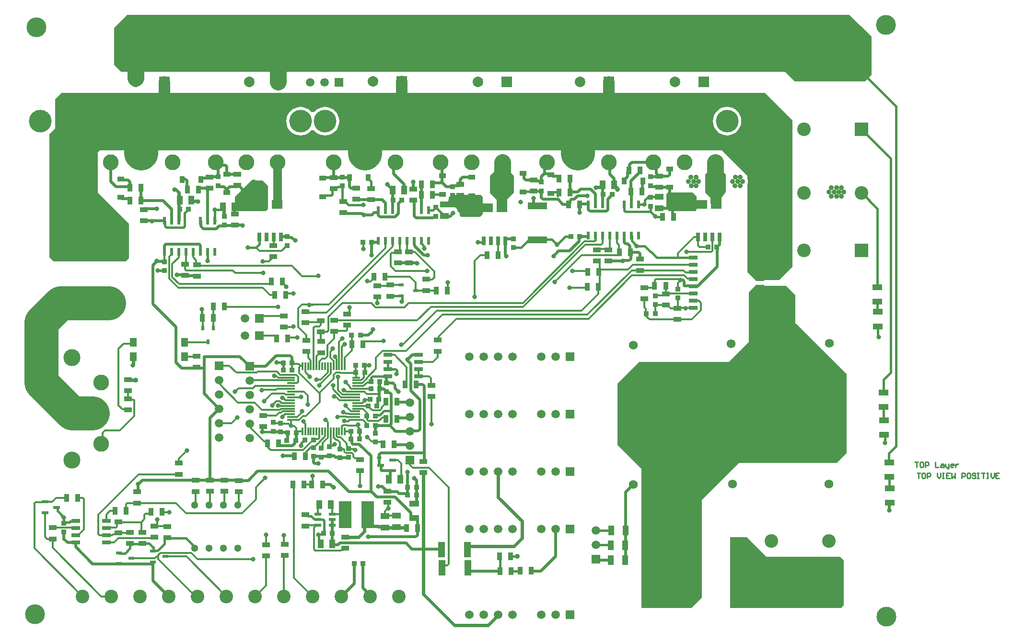
<source format=gtl>
G04*
G04 #@! TF.GenerationSoftware,Altium Limited,Altium Designer,20.0.13 (296)*
G04*
G04 Layer_Physical_Order=1*
G04 Layer_Color=255*
%FSLAX25Y25*%
%MOIN*%
G70*
G01*
G75*
%ADD13C,0.01000*%
%ADD16C,0.01181*%
%ADD23R,0.02200X0.05750*%
%ADD96R,0.05709X0.03740*%
%ADD97R,0.03740X0.05709*%
%ADD98R,0.02559X0.06221*%
%ADD99R,0.07559X0.06221*%
%ADD100R,0.03583X0.04803*%
%ADD101R,0.04803X0.03583*%
%ADD102R,0.07087X0.04134*%
%ADD103R,0.04134X0.07087*%
%ADD104R,0.03347X0.03347*%
%ADD105R,0.04331X0.02362*%
%ADD106R,0.05118X0.05906*%
%ADD107R,0.02362X0.03347*%
%ADD108R,0.05118X0.02362*%
%ADD109R,0.13189X0.04921*%
%ADD110R,0.08858X0.18898*%
%ADD111R,0.04724X0.02362*%
%ADD112R,0.12402X0.49213*%
%ADD113R,0.04921X0.02362*%
%ADD114R,0.06260X0.17480*%
%ADD115R,0.06260X0.02520*%
%ADD116R,0.05118X0.10630*%
%ADD117R,0.06004X0.02559*%
%ADD118R,0.06000X0.04000*%
%ADD119R,0.01181X0.05807*%
%ADD120R,0.05807X0.01181*%
%ADD121R,0.03347X0.03347*%
%ADD122R,0.04000X0.06000*%
%ADD123R,0.03347X0.02362*%
%ADD124C,0.02362*%
%ADD125C,0.01968*%
%ADD126C,0.01575*%
%ADD127C,0.07874*%
%ADD128C,0.05906*%
%ADD129C,0.11811*%
%ADD130C,0.23622*%
%ADD131R,0.07323X0.07323*%
%ADD132C,0.07323*%
%ADD133R,0.06201X0.06201*%
%ADD134C,0.06201*%
%ADD135R,0.09449X0.09449*%
%ADD136C,0.09449*%
%ADD137C,0.10984*%
%ADD138R,0.05906X0.05906*%
%ADD139C,0.05906*%
%ADD140R,0.05906X0.05906*%
%ADD141C,0.11811*%
%ADD142C,0.05118*%
%ADD143C,0.05937*%
%ADD144R,0.05937X0.05937*%
%ADD145C,0.13780*%
%ADD146C,0.15748*%
%ADD147C,0.03543*%
%ADD148C,0.03150*%
G36*
X575843Y428187D02*
X591583Y413429D01*
X591583Y386478D01*
X587033Y381928D01*
X538287D01*
X531637Y388578D01*
X516720Y388578D01*
X91771Y388578D01*
X69848D01*
X64960Y393453D01*
X64960Y419132D01*
X74015Y428187D01*
X575843Y428187D01*
D02*
G37*
G36*
X488949Y318813D02*
X490353Y317100D01*
Y304959D01*
X487191Y300982D01*
Y297149D01*
X480010Y297149D01*
X479657Y297503D01*
X479657Y301095D01*
X475920Y304832D01*
X475920Y317472D01*
X477241Y318813D01*
X488949Y318813D01*
D02*
G37*
G36*
X340015Y319313D02*
X342769Y315953D01*
Y304621D01*
X338253Y299588D01*
X338253Y296336D01*
X331116Y296336D01*
X330762Y296690D01*
X330762Y299588D01*
X326238Y304113D01*
Y316128D01*
X329375Y319313D01*
X340015Y319313D01*
D02*
G37*
G36*
X470018Y301729D02*
Y292527D01*
X469141Y291650D01*
X450057D01*
Y292623D01*
X449018D01*
X449018Y296429D01*
X448910Y303581D01*
X449915Y304585D01*
X467162D01*
X470018Y301729D01*
D02*
G37*
G36*
X171904Y309115D02*
X171904Y293139D01*
X170301Y291535D01*
X149117Y291535D01*
X148764Y291889D01*
X148764Y295670D01*
Y301513D01*
X160166Y312915D01*
X168103D01*
X171904Y309115D01*
D02*
G37*
G36*
X321358Y301791D02*
Y289755D01*
X319107Y287504D01*
X306196D01*
X305227Y288473D01*
X305227Y290251D01*
X304001Y291477D01*
X303692Y292223D01*
X303671Y292250D01*
X303671Y292778D01*
X302042Y294408D01*
X297743Y294406D01*
X297343Y294806D01*
X297343Y299624D01*
X297652D01*
Y301313D01*
X299162Y302823D01*
Y303136D01*
X320014D01*
X321358Y301791D01*
D02*
G37*
G36*
X178274Y373959D02*
X179000Y373888D01*
X179725Y373959D01*
X517460Y373959D01*
X536478Y354941D01*
X536478Y252808D01*
X527354Y243684D01*
X511029D01*
X505295Y249418D01*
X505295Y310604D01*
X505576Y311283D01*
X505705Y312259D01*
X505576Y313235D01*
X505295Y313914D01*
Y316250D01*
X487635Y333910D01*
X54875Y333910D01*
X53538Y332550D01*
X53539Y304710D01*
X75279Y282969D01*
Y258817D01*
X73017Y256555D01*
X22723D01*
X20000Y259278D01*
X20000Y345473D01*
X23942Y349414D01*
X23942Y369548D01*
X28353Y373959D01*
X48487Y373959D01*
X178274Y373959D01*
D02*
G37*
G36*
X538691Y233146D02*
X538691Y213721D01*
X565755Y186657D01*
X574082Y178330D01*
X574082Y123207D01*
X567230Y116355D01*
X499418Y116355D01*
X473619Y90555D01*
Y22309D01*
X466049Y15386D01*
X431606D01*
Y112303D01*
X414820Y129090D01*
X414820Y171538D01*
X429938Y186657D01*
X492156Y186657D01*
X506245Y200747D01*
X506245Y235278D01*
X510907Y239732D01*
X532062Y239774D01*
X538691Y233146D01*
D02*
G37*
G36*
X518378Y50837D02*
X569912D01*
X572225Y48525D01*
X572225Y17206D01*
X570461Y15441D01*
X504678Y15441D01*
X504678Y63884D01*
X505140Y64075D01*
X518378Y50837D01*
D02*
G37*
%LPC*%
G36*
X211500Y364177D02*
X209571Y363987D01*
X207715Y363425D01*
X206005Y362511D01*
X204507Y361281D01*
X203983Y360642D01*
X202017D01*
X201493Y361281D01*
X199995Y362511D01*
X198285Y363425D01*
X196429Y363987D01*
X194500Y364177D01*
X192570Y363987D01*
X190715Y363425D01*
X189005Y362511D01*
X187507Y361281D01*
X186277Y359782D01*
X185363Y358072D01*
X184800Y356217D01*
X184610Y354287D01*
X184800Y352358D01*
X185363Y350503D01*
X186277Y348793D01*
X187507Y347294D01*
X189005Y346064D01*
X190715Y345150D01*
X192570Y344587D01*
X194500Y344397D01*
X196429Y344587D01*
X198285Y345150D01*
X199995Y346064D01*
X201493Y347294D01*
X202017Y347932D01*
X203983D01*
X204507Y347294D01*
X206005Y346064D01*
X207715Y345150D01*
X209571Y344587D01*
X211500Y344397D01*
X213429Y344587D01*
X215285Y345150D01*
X216995Y346064D01*
X218493Y347294D01*
X219723Y348793D01*
X220637Y350503D01*
X221200Y352358D01*
X221390Y354287D01*
X221200Y356217D01*
X220637Y358072D01*
X219723Y359782D01*
X218493Y361281D01*
X216995Y362511D01*
X215285Y363425D01*
X213429Y363987D01*
X211500Y364177D01*
D02*
G37*
G36*
X491131Y364261D02*
X489202Y364071D01*
X487347Y363508D01*
X485637Y362594D01*
X484138Y361364D01*
X482908Y359865D01*
X481994Y358155D01*
X481431Y356300D01*
X481241Y354371D01*
X481431Y352441D01*
X481994Y350586D01*
X482908Y348876D01*
X484138Y347377D01*
X485637Y346147D01*
X487347Y345233D01*
X489202Y344671D01*
X491131Y344480D01*
X493061Y344671D01*
X494916Y345233D01*
X496626Y346147D01*
X498125Y347377D01*
X499355Y348876D01*
X500269Y350586D01*
X500832Y352441D01*
X501022Y354371D01*
X500832Y356300D01*
X500269Y358155D01*
X499355Y359865D01*
X498125Y361364D01*
X496626Y362594D01*
X494916Y363508D01*
X493061Y364071D01*
X491131Y364261D01*
D02*
G37*
%LPD*%
D13*
X621639Y116931D02*
X624001D01*
X622820D01*
Y113389D01*
X626953Y116931D02*
X625772D01*
X625181Y116340D01*
Y113979D01*
X625772Y113389D01*
X626953D01*
X627543Y113979D01*
Y116340D01*
X626953Y116931D01*
X628724Y113389D02*
Y116931D01*
X630495D01*
X631085Y116340D01*
Y115160D01*
X630495Y114569D01*
X628724D01*
X635808Y116931D02*
Y113389D01*
X638169D01*
X639941Y115750D02*
X641121D01*
X641712Y115160D01*
Y113389D01*
X639941D01*
X639350Y113979D01*
X639941Y114569D01*
X641712D01*
X642892Y115750D02*
Y113979D01*
X643483Y113389D01*
X645254D01*
Y112798D01*
X644663Y112208D01*
X644073D01*
X645254Y113389D02*
Y115750D01*
X648206Y113389D02*
X647025D01*
X646434Y113979D01*
Y115160D01*
X647025Y115750D01*
X648206D01*
X648796Y115160D01*
Y114569D01*
X646434D01*
X649977Y115750D02*
Y113389D01*
Y114569D01*
X650567Y115160D01*
X651157Y115750D01*
X651748D01*
X623045Y109349D02*
X625406D01*
X624225D01*
Y105807D01*
X628358Y109349D02*
X627177D01*
X626587Y108758D01*
Y106397D01*
X627177Y105807D01*
X628358D01*
X628948Y106397D01*
Y108758D01*
X628358Y109349D01*
X630129Y105807D02*
Y109349D01*
X631900D01*
X632490Y108758D01*
Y107578D01*
X631900Y106987D01*
X630129D01*
X637213Y109349D02*
Y106987D01*
X638394Y105807D01*
X639575Y106987D01*
Y109349D01*
X640755D02*
X641936D01*
X641346D01*
Y105807D01*
X640755D01*
X641936D01*
X646069Y109349D02*
X643707D01*
Y105807D01*
X646069D01*
X643707Y107578D02*
X644888D01*
X647249Y109349D02*
Y105807D01*
X648430Y106987D01*
X649611Y105807D01*
Y109349D01*
X654334Y105807D02*
Y109349D01*
X656105D01*
X656695Y108758D01*
Y107578D01*
X656105Y106987D01*
X654334D01*
X659647Y109349D02*
X658466D01*
X657876Y108758D01*
Y106397D01*
X658466Y105807D01*
X659647D01*
X660237Y106397D01*
Y108758D01*
X659647Y109349D01*
X663779Y108758D02*
X663189Y109349D01*
X662008D01*
X661418Y108758D01*
Y108168D01*
X662008Y107578D01*
X663189D01*
X663779Y106987D01*
Y106397D01*
X663189Y105807D01*
X662008D01*
X661418Y106397D01*
X664960Y109349D02*
X666141D01*
X665551D01*
Y105807D01*
X664960D01*
X666141D01*
X667912Y109349D02*
X670273D01*
X669093D01*
Y105807D01*
X671454Y109349D02*
X672635D01*
X672045D01*
Y105807D01*
X671454D01*
X672635D01*
X674406Y109349D02*
Y106987D01*
X675587Y105807D01*
X676767Y106987D01*
Y109349D01*
X680309D02*
X677948D01*
Y105807D01*
X680309D01*
X677948Y107578D02*
X679129D01*
D16*
X462131Y224214D02*
X467616D01*
X441042Y226174D02*
Y226623D01*
X480945Y263946D02*
Y273543D01*
X480253Y263254D02*
X480945Y263946D01*
X462942Y263254D02*
X480253D01*
X257228Y253412D02*
X260640Y250000D01*
X257228Y253412D02*
Y261974D01*
X257920Y262666D01*
X262119D01*
X262906Y263453D01*
X234700Y141057D02*
Y143000D01*
Y141057D02*
X236125Y139631D01*
X235247Y138753D02*
X236125Y139631D01*
X235247Y138753D02*
X235500Y138500D01*
X237809Y146280D02*
X240500Y143589D01*
X235274Y146280D02*
X237809D01*
X240500Y143500D02*
Y143589D01*
X105346Y245722D02*
X110068Y241000D01*
X105346Y254846D02*
X110000Y259500D01*
X105346Y245722D02*
Y254846D01*
X103344Y244661D02*
Y260077D01*
X104992Y261725D02*
Y263500D01*
X103344Y260077D02*
X104992Y261725D01*
X103344Y244661D02*
X109504Y238500D01*
X110068Y241000D02*
X172933D01*
X109504Y238500D02*
X168100D01*
X188412Y253588D02*
X195500Y246500D01*
X122180Y253588D02*
X188412D01*
X121370Y254398D02*
X122180Y253588D01*
X172491Y256700D02*
X175701Y259909D01*
X168100Y256700D02*
X172491D01*
X392580Y268456D02*
X403506D01*
X349267Y225143D02*
X392580Y268456D01*
X403506D02*
X404492Y269442D01*
Y274775D01*
X285143Y225143D02*
X349267D01*
X275677Y215677D02*
X285143Y225143D01*
X265507Y198507D02*
X289350Y222350D01*
X389850D01*
X401500Y234000D01*
X267760Y194260D02*
X293152Y219652D01*
X393874D02*
X424719Y250497D01*
X293152Y219652D02*
X393874D01*
X290481Y204481D02*
X302717Y216717D01*
X394887D01*
X425016Y246846D01*
X227000Y220000D02*
X227325D01*
X206803Y246500D02*
X206850Y246547D01*
X252000Y201000D02*
X252199Y201199D01*
X227325Y220000D02*
X228605Y221280D01*
X195500Y246500D02*
X206803D01*
X228605Y221280D02*
Y224793D01*
X268360Y172037D02*
Y183096D01*
X259854Y191602D02*
X268360Y183096D01*
X267323Y171000D02*
X268360Y172037D01*
X193500Y179000D02*
X207801Y164699D01*
X253359Y79377D02*
Y82784D01*
X255108Y84534D02*
X255641D01*
X253359Y82784D02*
X255108Y84534D01*
X202323Y101500D02*
X202720Y101897D01*
Y107337D01*
X255228Y191602D02*
X259854D01*
X456742Y259274D02*
Y262172D01*
X468131Y273562D02*
X470927D01*
X456742Y262172D02*
X468131Y273562D01*
X477614Y266826D02*
X477894Y266546D01*
X471958Y266826D02*
X477614D01*
X470927Y267858D02*
Y273562D01*
Y267858D02*
X471958Y266826D01*
X480927Y273562D02*
X480945Y273543D01*
X467441Y254191D02*
X467518Y254115D01*
X425425Y254191D02*
X467441D01*
X402500Y251000D02*
X422234D01*
X425425Y254191D01*
X461370Y246846D02*
X463543Y244673D01*
X425016Y246846D02*
X461370D01*
X424719Y250497D02*
X430542D01*
X401500Y234000D02*
Y239000D01*
X381500Y238500D02*
X393323D01*
X393823Y239000D01*
X187820Y142360D02*
Y146280D01*
X255641Y84534D02*
Y88198D01*
X163500Y99500D02*
X170000Y106000D01*
X73177Y83000D02*
X73677Y83500D01*
X236000Y100500D02*
Y111000D01*
X266773Y224820D02*
X269698Y227746D01*
X349086D01*
X246676Y224820D02*
X266773D01*
X243751Y227746D02*
X246676Y224820D01*
X247899Y227773D02*
Y231899D01*
X248000Y232000D01*
X223674Y227746D02*
X243751D01*
X255419Y88419D02*
X255641Y88198D01*
X238116Y265182D02*
Y269782D01*
X237898Y270000D02*
X238116Y269782D01*
X211883Y146256D02*
X213496Y144644D01*
X217186Y128330D02*
X218138Y129282D01*
X215279Y128330D02*
X217186D01*
X70742Y153722D02*
X74101D01*
X74500Y153323D01*
X68000Y156464D02*
X70742Y153722D01*
X68000Y156464D02*
Y196000D01*
X77059Y50059D02*
X93167D01*
X94166Y51058D01*
X95326D01*
X77000Y50000D02*
X77059Y50059D01*
X95543Y50841D02*
Y52224D01*
Y49457D02*
Y50841D01*
X95326Y51058D02*
X95543Y50841D01*
X97118Y53799D02*
X118633D01*
X95543Y52224D02*
X97118Y53799D01*
X95543Y49457D02*
X121531Y23469D01*
X118633Y53799D02*
X122932Y49500D01*
X467577Y224174D02*
X467616Y224214D01*
X456904D02*
X462131D01*
X458115Y243674D02*
X458541D01*
X440829Y243608D02*
X441395Y244174D01*
X457615D02*
X458115Y243674D01*
X440829Y239800D02*
Y243608D01*
X440703Y239674D02*
X440829Y239800D01*
X441395Y244174D02*
X457615D01*
X456942Y241648D02*
X458541Y243248D01*
X264500Y105000D02*
Y116000D01*
X113716Y190500D02*
X119823D01*
X255419Y88419D02*
X255500Y88500D01*
X255000Y89000D02*
X255500Y88500D01*
X214853Y218925D02*
X223674Y227746D01*
X349086D02*
X391863Y270522D01*
X171961Y127039D02*
X173764Y125236D01*
X196262D01*
X197992Y126992D02*
X204000Y133000D01*
X197992Y126966D02*
Y126992D01*
X196262Y125236D02*
X197992Y126966D01*
X224552Y126131D02*
X224949Y125734D01*
X222000Y126102D02*
X222029Y126131D01*
X224552D01*
X224949Y124256D02*
X225756Y123449D01*
X224949Y124256D02*
Y125734D01*
X221991Y126111D02*
X222000Y126102D01*
X220297Y132203D02*
X221991Y130508D01*
Y126111D02*
Y130508D01*
X225307Y138500D02*
X229398D01*
X213496Y133996D02*
Y138453D01*
X225905Y155939D02*
X229660Y152185D01*
X225905Y155939D02*
Y156378D01*
X229660Y167933D02*
X233134D01*
X228852Y168740D02*
Y169494D01*
Y168740D02*
X229660Y167933D01*
X225748Y172598D02*
X228852Y169494D01*
X224164Y151808D02*
X224696D01*
X225896Y150608D01*
X226843Y142360D02*
X235117D01*
X226468Y142734D02*
X226843Y142360D01*
X223339Y141927D02*
X224146Y142734D01*
X226468D01*
X223339Y138453D02*
Y141927D01*
X213496Y138453D02*
Y144644D01*
X238239Y169902D02*
X240837Y172500D01*
X243398D01*
X240398Y174844D02*
Y175500D01*
X237423Y171870D02*
X240398Y174844D01*
X236608Y173839D02*
X238429Y175660D01*
Y178827D02*
X239102Y179500D01*
X238429Y175660D02*
Y178827D01*
X240398Y175500D02*
X247000Y182102D01*
Y189604D01*
X228602Y125898D02*
X232285D01*
X232682Y125500D01*
X228000Y126500D02*
X228602Y125898D01*
X219393Y132203D02*
X220297D01*
X217433Y134163D02*
X219393Y132203D01*
X220209Y134171D02*
X222329D01*
X219402Y134978D02*
X220209Y134171D01*
X226500Y128551D02*
Y130000D01*
X222329Y134171D02*
X226500Y130000D01*
X215464Y128830D02*
Y138453D01*
X206726Y130063D02*
X206726D01*
X204848Y128185D02*
X206726Y130063D01*
X206726D02*
X211527Y134865D01*
X209717Y127795D02*
Y130217D01*
X213496Y133996D01*
X211527Y134865D02*
Y136500D01*
X204000Y133000D02*
X206879D01*
X207591Y133712D02*
Y138453D01*
X206879Y133000D02*
X207591Y133712D01*
X219402Y134978D02*
Y138453D01*
X225756Y123449D02*
X225756Y123449D01*
X230244D02*
X231218Y122475D01*
X225756Y123449D02*
X230244D01*
X231218Y120711D02*
Y122475D01*
Y120711D02*
X232192Y119737D01*
X234940D01*
X236000Y118677D01*
X241000Y134201D02*
Y134500D01*
X217433Y134163D02*
Y138453D01*
X202323Y127823D02*
X203500D01*
X226500Y128551D02*
X227000Y128051D01*
X233154Y165965D02*
X239035D01*
X240500Y164500D02*
X249165D01*
X239035Y165965D02*
X240500Y164500D01*
X456904Y224214D02*
X456942Y224251D01*
X456541Y223851D02*
X456904Y224214D01*
X456942Y224251D02*
Y231174D01*
X448534Y226336D02*
X449518D01*
X451224Y224630D01*
Y224543D02*
Y224630D01*
Y224543D02*
X451916Y223851D01*
X456541D01*
X447567Y225950D02*
X448041D01*
X441042Y220174D02*
Y226174D01*
X433541Y224674D02*
X434542Y223674D01*
X433541Y224674D02*
Y230674D01*
X434542Y220572D02*
X434939Y220174D01*
X434542Y220572D02*
Y223674D01*
X433990Y219225D02*
X437042Y216174D01*
X447148Y233119D02*
X448380Y234351D01*
X456541Y216174D02*
X466541D01*
X437042D02*
X456541D01*
X466541D02*
X473041Y222674D01*
X73177Y87677D02*
X74000Y88500D01*
X73177Y83000D02*
Y87677D01*
X74000Y88500D02*
X81000D01*
X16886Y89240D02*
X21740D01*
X24500Y92000D02*
X31823D01*
X21740Y89240D02*
X24500Y92000D01*
X44000Y70132D02*
Y91308D01*
X39500Y92000D02*
X43308D01*
X44000Y91308D01*
X9500Y88323D02*
X10192Y89015D01*
X9500Y56890D02*
X42921Y23469D01*
X10192Y89015D02*
X16661D01*
X9500Y56890D02*
Y88323D01*
X65000Y61000D02*
X68000Y64000D01*
X92177D02*
X93000Y64823D01*
X68000Y64000D02*
X92177D01*
X59500Y66000D02*
X59501Y66001D01*
X63582D01*
X64187Y66607D01*
X66945D01*
X68000Y67661D01*
X75748Y67823D02*
X75876Y67951D01*
X68677Y67823D02*
X75748D01*
X67000Y75067D02*
Y75500D01*
X86692Y81000D02*
X89323D01*
X67000Y72031D02*
Y75067D01*
X83799D02*
X86000Y77268D01*
Y80308D02*
X86692Y81000D01*
X86000Y77268D02*
Y80308D01*
X83799Y68701D02*
Y75067D01*
Y68701D02*
X84500Y68000D01*
X67000Y75500D02*
X67433Y75067D01*
X83799D01*
X93000Y72177D02*
X101823D01*
X93000Y72500D02*
X93720D01*
X95000Y73779D01*
Y77000D01*
X98177Y82500D02*
X98677Y83000D01*
X98177Y82500D02*
X98677Y82000D01*
X103177D01*
X107793Y88500D02*
X114793Y81500D01*
X81000Y88500D02*
X107793D01*
X101823Y72177D02*
X102000Y72000D01*
X160145Y140355D02*
X169177Y131323D01*
X160145Y140355D02*
Y142592D01*
X169177Y131323D02*
X171000D01*
X159165Y143571D02*
X160145Y142592D01*
X204925Y73150D02*
X205787D01*
X200397D02*
X204925D01*
X222765Y55721D02*
X224220D01*
X222544Y55500D02*
X222765Y55721D01*
X204692Y55500D02*
X222544D01*
X204000Y56192D02*
X204692Y55500D01*
X204000Y56192D02*
Y71362D01*
X260640Y250000D02*
X282441D01*
X182424Y161671D02*
X184036Y160059D01*
X181366Y158091D02*
X187953D01*
X162500Y158500D02*
X167540Y153460D01*
X180091Y159365D02*
X181366Y158091D01*
X179087Y156413D02*
X179301Y156199D01*
X174778Y156499D02*
X177645Y159365D01*
X167540Y153460D02*
X180200D01*
X181935Y161671D02*
X182424D01*
X178868Y156413D02*
X179087D01*
X177645Y159365D02*
X180091D01*
X180200Y153460D02*
X180893Y154154D01*
X174778Y156413D02*
Y156499D01*
X179301Y156199D02*
X180422D01*
X184036Y160059D02*
X187953D01*
X183078Y164760D02*
X183841Y163996D01*
X169168Y159437D02*
X174491Y164760D01*
X183078D01*
X177631Y167231D02*
X178333Y167933D01*
X167680Y166887D02*
X168024Y167231D01*
X177631D01*
X114975Y250500D02*
X147263D01*
X149163Y248600D01*
X114283Y251192D02*
X114975Y250500D01*
X114283Y251192D02*
Y254594D01*
X255900Y79600D02*
X261600D01*
X260613Y80027D02*
X261513Y80927D01*
X207600Y170480D02*
Y170816D01*
X215464Y178681D01*
X162902Y169902D02*
X187933D01*
X161470Y168470D02*
X162902Y169902D01*
X178333Y167933D02*
X187953D01*
X207801Y158801D02*
Y164699D01*
X198110Y149110D02*
X207801Y158801D01*
X196212Y149110D02*
X198110D01*
X285500Y143493D02*
Y162661D01*
X149000Y166000D02*
X151470Y168470D01*
X161470D01*
X228067Y150608D02*
X228459Y150217D01*
Y148248D02*
X233134D01*
X224941Y145687D02*
X225105D01*
X228459Y150217D02*
X233134D01*
X220301Y148301D02*
X220640Y148640D01*
X226556Y148248D02*
X228458D01*
X228459Y148248D01*
X225105Y145687D02*
X225292Y145500D01*
X226164Y148640D02*
X226556Y148248D01*
X225896Y150608D02*
X228067D01*
X220640Y148640D02*
X226164D01*
X287500Y245500D02*
Y249660D01*
X269817Y263431D02*
X273729D01*
X287500Y249660D01*
X268492Y264756D02*
X269817Y263431D01*
X264529Y198507D02*
X265507D01*
X264518Y198518D02*
X264529Y198507D01*
X402500Y251000D02*
Y257000D01*
X207801Y165375D02*
X217547Y175120D01*
X180893Y154154D02*
X187953D01*
X181709Y152185D02*
X187953D01*
X180975Y151452D02*
X181709Y152185D01*
X179452Y151452D02*
X180975D01*
X177500Y149500D02*
X179452Y151452D01*
X181890Y148490D02*
X183616Y150216D01*
X187820Y142360D02*
X188080Y142100D01*
X187518Y142360D02*
X187820D01*
X186144Y143734D02*
X187518Y142360D01*
X180817Y143734D02*
X186144D01*
X170000Y149500D02*
X177500D01*
X183841Y163996D02*
X187953D01*
X178089Y179903D02*
X180216Y177776D01*
X164808Y179903D02*
X178089D01*
X164146Y179240D02*
X164808Y179903D01*
X183616Y150216D02*
X187953D01*
X177583Y176950D02*
X178726Y175807D01*
X159433Y173839D02*
X187953D01*
X178726Y175807D02*
X187953D01*
X180216Y177776D02*
X191427D01*
X176060Y176950D02*
X177583D01*
X197748Y179752D02*
X201000Y176500D01*
X197748Y179752D02*
Y183634D01*
X221547Y165837D02*
Y165863D01*
X220500Y166910D02*
X221547Y165863D01*
X220500Y166910D02*
Y176370D01*
X217092Y167508D02*
Y170489D01*
Y167508D02*
X222573Y162028D01*
X221702Y160059D02*
X233134D01*
X218663Y163098D02*
X221702Y160059D01*
X221547Y165837D02*
X223388Y163996D01*
X231500D01*
X217787Y162638D02*
X218202D01*
X218663Y163098D01*
X222573Y162028D02*
X229659D01*
X224500Y167060D02*
X224940D01*
X229660Y162028D02*
X233134D01*
X229659Y162028D02*
X229660Y162028D01*
X217547Y175120D02*
Y177593D01*
X207801Y164699D02*
Y165375D01*
X217547Y177593D02*
X219277Y179323D01*
X222046Y179000D02*
X232500D01*
X221723Y179323D02*
X222046Y179000D01*
X219277Y179323D02*
X221723D01*
X224940Y167060D02*
X226035Y165965D01*
X190117Y142100D02*
X191500Y140717D01*
X188080Y142100D02*
X190117D01*
X191500Y137500D02*
Y140717D01*
X180500Y144051D02*
X180817Y143734D01*
X180449Y144000D02*
X180500Y144051D01*
X193382Y146280D02*
X196212Y149110D01*
X196547Y144920D02*
X197748Y143719D01*
X196547Y144920D02*
Y145269D01*
X192248Y148248D02*
X195690Y151690D01*
Y152390D01*
X149760Y179240D02*
X164146D01*
X181887Y241750D02*
X184461Y239176D01*
Y238884D02*
Y239176D01*
X184957Y234230D02*
X189680D01*
X184227Y233500D02*
X184957Y234230D01*
X218417Y190475D02*
X218614Y190278D01*
X215201Y189516D02*
Y193748D01*
X213232Y190720D02*
Y198213D01*
X215201Y193748D02*
X217000Y195547D01*
X215201Y189516D02*
X217433Y187284D01*
X211527Y189015D02*
X213232Y190720D01*
X217000Y195547D02*
Y196000D01*
X218614Y189574D02*
Y190278D01*
X225307Y189807D02*
X230161Y194661D01*
X221370Y200784D02*
X223500Y202914D01*
X221370Y183634D02*
Y200784D01*
X223339Y183634D02*
Y197197D01*
X219401Y183634D02*
Y188786D01*
X225307Y183634D02*
Y189807D01*
X223339Y197197D02*
X225142Y199000D01*
X223500Y202914D02*
Y203000D01*
X218614Y189574D02*
X219401Y188786D01*
X186150Y203650D02*
X192102D01*
X185500Y203000D02*
X186150Y203650D01*
X183000Y211000D02*
X189145D01*
X189398Y211252D01*
X193000Y211000D02*
X198500Y205500D01*
X193000Y211000D02*
Y224000D01*
X195544Y226544D01*
X203400D01*
X198500Y201677D02*
Y205500D01*
X311000Y42968D02*
X312968Y41000D01*
X311000Y42968D02*
Y43500D01*
X292890D02*
X294390Y45000D01*
X296500D01*
X297500Y46000D01*
X284000Y113000D02*
X297500Y99500D01*
Y46000D02*
Y99500D01*
X272500Y113000D02*
X284000D01*
X270500Y115000D02*
X272500Y113000D01*
X270500Y115000D02*
Y118500D01*
X371250Y242250D02*
X390039Y261039D01*
X383500Y250000D02*
X393661D01*
X390039Y261039D02*
X414846D01*
X393661Y250000D02*
X394161Y249500D01*
X226035Y165965D02*
X233134D01*
X239181Y160051D02*
X239372D01*
X237412Y158091D02*
X239181Y159859D01*
X233134Y158091D02*
X237412D01*
X239181Y160281D02*
X242335D01*
X239181Y159859D02*
Y160281D01*
X149163Y248600D02*
X168700D01*
X194837Y162028D02*
X195000Y162190D01*
X194486Y162014D02*
X194500Y162028D01*
X194663Y162190D01*
X195000D01*
X194500Y162028D02*
X194837D01*
X187953D02*
X194500D01*
X258500Y118500D02*
X258639Y118361D01*
X262139D02*
X264500Y116000D01*
X258639Y118361D02*
X262139D01*
X229660Y152185D02*
X233134D01*
X193500Y179000D02*
Y183000D01*
X194467Y183967D01*
X243747Y131454D02*
X246046D01*
X246500Y131000D01*
X241000Y134201D02*
X243747Y131454D01*
X246500Y131000D02*
X250720D01*
X252000Y129720D01*
Y129500D02*
Y129720D01*
X199500Y157000D02*
Y163500D01*
X187972Y165965D02*
X197035D01*
X199500Y163500D01*
X197748Y138453D02*
Y143719D01*
X163500Y91000D02*
Y99500D01*
X114793Y81500D02*
X154000D01*
X163500Y91000D01*
X198374Y123874D02*
X202323Y127823D01*
X198000Y121000D02*
X198374Y121374D01*
Y123874D01*
X180498Y156122D02*
X187953D01*
X180422Y156199D02*
X180498Y156122D01*
X144878Y184122D02*
X149760Y179240D01*
X159165Y173571D02*
X159433Y173839D01*
X187953Y171870D02*
X191870D01*
X192768Y172768D02*
Y176435D01*
X191870Y171870D02*
X192768Y172768D01*
X250901Y154991D02*
X253850Y157941D01*
X241276Y156122D02*
X241398Y156000D01*
X253850Y157941D02*
Y158925D01*
X240562Y156122D02*
X241276D01*
X250901Y154105D02*
Y154991D01*
X249744Y152949D02*
X250901Y154105D01*
X244449Y152949D02*
X249744D01*
X233134Y169902D02*
X238239D01*
X236054Y171870D02*
X237423D01*
X200500Y226500D02*
X203356D01*
X203400Y226544D01*
X110000Y119500D02*
X115500Y125000D01*
X110000Y116177D02*
Y119500D01*
X121531Y23469D02*
X122921D01*
X122932Y49500D02*
X161500D01*
X54000Y80500D02*
X82000Y108500D01*
X54000Y66692D02*
Y80500D01*
X54692Y66000D02*
X59500D01*
X54000Y66692D02*
X54692Y66000D01*
X39868D02*
X44000Y70132D01*
X100661Y51240D02*
X115149D01*
X142921Y23469D02*
Y23469D01*
X115149Y51240D02*
X142921Y23469D01*
X391863Y270522D02*
X398808D01*
X188602Y185500D02*
X193000D01*
X168100Y238500D02*
X173100Y233500D01*
X197800Y214023D02*
X198277Y214500D01*
X207500D02*
X208500Y215500D01*
X198277Y214500D02*
X207500D01*
X283713Y176602D02*
X285120Y175195D01*
Y170719D02*
X285500Y170339D01*
X285120Y170719D02*
Y175195D01*
X216539Y67539D02*
Y73150D01*
X189079Y101496D02*
X190000Y100575D01*
Y36390D02*
Y100575D01*
X247000Y189604D02*
X251656Y194260D01*
X267760D01*
X233134Y173839D02*
X236608D01*
X233134Y167933D02*
X243331D01*
X215464Y178681D02*
Y183634D01*
X205500Y174500D02*
X208500D01*
X213496Y179496D01*
X188602Y181000D02*
Y185500D01*
X194467Y183967D02*
Y184033D01*
X193000Y185500D02*
X194467Y184033D01*
X218000Y202980D02*
Y208000D01*
X213232Y198213D02*
X218000Y202980D01*
X217433Y183654D02*
Y187284D01*
X218000Y208000D02*
X218500Y208500D01*
X230161Y199000D02*
Y204236D01*
Y194661D02*
Y199000D01*
X232500Y179000D02*
X233000Y179500D01*
X213496Y179496D02*
Y183634D01*
X191427Y177776D02*
X192768Y176435D01*
X240562Y156122D02*
X241276D01*
X244449Y152949D01*
X241000Y149500D02*
Y150898D01*
Y146243D02*
X241692Y145551D01*
X241000Y146243D02*
Y149500D01*
X241692Y145551D02*
X248929D01*
X251410Y148032D01*
X399492Y274775D02*
X399786Y274481D01*
Y271500D02*
Y274481D01*
X398808Y270522D02*
X399786Y271500D01*
X450502Y234225D02*
X465041D01*
X463543Y244673D02*
X467157D01*
X467616Y244214D01*
X203653Y183634D02*
Y210653D01*
X204500Y211500D02*
X207500D01*
X203653Y210653D02*
X204500Y211500D01*
X199852Y189634D02*
X201685Y187801D01*
X201685Y183634D02*
X201685Y183634D01*
Y187801D01*
X213768Y218118D02*
X214575Y218925D01*
X214853D01*
X208500Y207823D02*
X213076D01*
X213768Y208515D01*
Y218118D01*
X203400Y226544D02*
X214044D01*
X253492Y265992D02*
Y271000D01*
X214044Y226544D02*
X253492Y265992D01*
X207591Y183634D02*
Y187108D01*
X209498Y189015D01*
X211527D01*
X205622Y190768D02*
X208016Y193161D01*
X209000D01*
X205622Y183634D02*
Y190768D01*
X315500Y232000D02*
Y257000D01*
X319394Y260894D02*
X324126D01*
X315500Y257000D02*
X319394Y260894D01*
X297000Y236303D02*
Y242000D01*
X59500Y61000D02*
X59750Y61250D01*
X60000Y61000D02*
X65000D01*
X59500Y71000D02*
X59838Y71339D01*
X66308D01*
X67000Y72031D01*
X82000Y108500D02*
X110000D01*
X22323Y71177D02*
X22393Y71248D01*
X37898D02*
X38146Y71000D01*
X22393Y71248D02*
X37898D01*
X204000Y71362D02*
X204925Y72287D01*
Y72559D01*
X205516Y73150D01*
X183000Y60177D02*
X183500Y59677D01*
X183000Y60177D02*
Y66000D01*
X170500Y59500D02*
X170559Y59559D01*
Y66323D01*
X182921Y51421D02*
X183500Y52000D01*
X182921Y23469D02*
Y51421D01*
X240449Y142500D02*
X241346D01*
X225292Y145500D02*
X227844D01*
X458541Y243248D02*
Y243674D01*
X140500Y225000D02*
X179000D01*
X233134Y146280D02*
X235039D01*
X228623D02*
X233134D01*
X146561Y144061D02*
X150478Y147978D01*
Y148017D01*
X241000Y243000D02*
X241248Y242752D01*
X243236D01*
X248000Y239677D02*
X256500D01*
X257000Y240177D01*
X456942Y237277D02*
Y241648D01*
X165899Y263960D02*
X181326D01*
X163559Y266300D02*
X165899Y263960D01*
X181326D02*
X185150Y267783D01*
X229898Y204500D02*
X230161Y204236D01*
X239315Y201000D02*
X252000D01*
X237839Y199524D02*
X239315Y201000D01*
X200133Y221375D02*
X200568Y220941D01*
X212441D02*
X258492Y266992D01*
X200568Y220941D02*
X212441D01*
X200133Y221375D02*
Y221600D01*
X225307Y138453D02*
Y138500D01*
X229398Y134000D02*
Y138500D01*
X250127Y114760D02*
X250232D01*
X250500Y114492D01*
X249339Y115547D02*
X250127Y114760D01*
X195446Y183967D02*
X195779Y183634D01*
X194467Y183967D02*
X195446D01*
X187953Y146280D02*
X193382D01*
X187953Y148248D02*
X192248D01*
X191500Y137500D02*
X192453Y138453D01*
X195779D01*
X456742Y259274D02*
X456842Y259174D01*
X173100Y233500D02*
X176550D01*
X181887Y241750D02*
Y242690D01*
X196756Y101496D02*
X202323D01*
X233134Y156122D02*
X240562D01*
X251410Y148032D02*
X253532D01*
X233134Y154154D02*
X237744D01*
X241000Y150898D01*
X227844Y145500D02*
X228623Y146280D01*
X68000Y196000D02*
X71500Y199500D01*
X77284D02*
X78284Y200500D01*
X71500Y199500D02*
X77284D01*
X110000Y116177D02*
X110000Y116177D01*
X162921Y23469D02*
X170500Y31047D01*
Y51284D01*
X22323Y57177D02*
Y63500D01*
Y57177D02*
X56031Y23469D01*
X59500Y76000D02*
Y80500D01*
X62000Y83000D02*
X65500D01*
X59500Y80500D02*
X62000Y83000D01*
X16661Y89015D02*
X16886Y89240D01*
X151705Y87350D02*
Y96457D01*
X141705Y87350D02*
Y96457D01*
X171000Y131323D02*
X171961Y130361D01*
Y127039D02*
Y130361D01*
X176398Y144118D02*
X176516Y144000D01*
X180449D01*
X402500Y240000D02*
Y251000D01*
X430542Y250497D02*
X460719D01*
X467518Y254115D02*
X467616Y254214D01*
X110000Y259500D02*
Y263492D01*
X109992Y263500D02*
X110000Y263492D01*
X137906Y184122D02*
X144878D01*
X460719Y250497D02*
X462357Y248859D01*
X441541Y226174D02*
X446851D01*
X447343D02*
X447567Y225950D01*
X448380Y234351D02*
Y239674D01*
X433541Y238351D02*
X439380D01*
X440014Y238985D01*
X442542Y233119D02*
X447148D01*
X218000Y215677D02*
X275677D01*
X401500Y239000D02*
X402500Y240000D01*
X290481Y202319D02*
Y204481D01*
X276583Y186602D02*
X286602D01*
X290000Y190000D02*
Y194161D01*
X286602Y186602D02*
X290000Y190000D01*
X462357Y248859D02*
X467262D01*
X467616Y249214D01*
X473041Y222674D02*
Y227674D01*
X467616Y229214D02*
X471502D01*
X473041Y227674D01*
X282000Y244177D02*
X282177Y244000D01*
X286000D01*
X287500Y245500D01*
X282441Y250000D02*
X282500Y249941D01*
X262906Y263650D02*
X263492Y264236D01*
X270500Y246000D02*
X274421Y242079D01*
X253177Y246000D02*
X270500D01*
X274421Y236500D02*
X289000D01*
X274421D02*
Y242079D01*
X289000Y236500D02*
X289000Y236500D01*
X257063Y240240D02*
X264579D01*
X257000Y240177D02*
X257063Y240240D01*
X131500Y104177D02*
Y104339D01*
X138777Y170723D02*
X151000Y158500D01*
X138777Y170723D02*
Y173250D01*
X151000Y158500D02*
X162500D01*
X137906Y174122D02*
X138777Y173250D01*
X137967Y144061D02*
X146561D01*
X137906Y144122D02*
X137967Y144061D01*
X258492Y266992D02*
Y271000D01*
X162921Y23469D02*
Y23469D01*
X16823Y81697D02*
X16886Y81760D01*
X16823Y65000D02*
Y81697D01*
X18323Y63500D02*
X22323D01*
X16823Y65000D02*
X18323Y63500D01*
X38146Y66000D02*
X39868D01*
X190000Y36390D02*
X202921Y23469D01*
X276583Y176602D02*
X283713D01*
X205787Y73150D02*
X206697D01*
X216539D02*
Y76890D01*
X215484Y87323D02*
X216539Y86268D01*
Y80630D02*
Y86268D01*
Y80630D02*
X225201D01*
X225594Y80236D01*
X206697Y80630D02*
Y86535D01*
X207484Y87323D01*
X199610Y72362D02*
X200397Y73150D01*
X121370Y254398D02*
X122000Y255028D01*
Y257500D01*
X119992Y259508D02*
X122000Y257500D01*
X119992Y259508D02*
Y263500D01*
X99717Y256366D02*
X99992Y256642D01*
Y263500D01*
X156000Y217000D02*
X156250Y216750D01*
X155750Y205250D02*
X156000Y205000D01*
X133823Y217677D02*
Y225500D01*
Y217677D02*
X134000Y217500D01*
Y210500D02*
Y217500D01*
X126520Y210500D02*
Y217303D01*
X126323Y217500D02*
X126520Y217303D01*
X113716Y200500D02*
X130102D01*
X130260Y200657D01*
X56031Y23469D02*
X62921D01*
X78539Y160426D02*
X79000Y159965D01*
X75074Y160426D02*
X78539D01*
X79000Y149000D02*
Y159965D01*
X74500Y161000D02*
X75074Y160426D01*
X57000Y130713D02*
Y137500D01*
X58500Y139000D01*
X69000D01*
X55791Y129504D02*
X57000Y130713D01*
X69000Y139000D02*
X79000Y149000D01*
X74500Y161000D02*
Y166823D01*
X167177Y218677D02*
X183000D01*
X165500Y217000D02*
X167177Y218677D01*
X177823Y203000D02*
Y203524D01*
X176346Y205000D02*
X177823Y203524D01*
X166000Y205000D02*
X176346D01*
X227000Y208961D02*
Y212323D01*
X218500Y208500D02*
X226539D01*
X227000Y208961D01*
X131705Y87350D02*
Y96457D01*
X131500Y96661D02*
X131705Y96457D01*
X141500Y96661D02*
X141705Y96457D01*
X151500Y96661D02*
X151705Y96457D01*
X121705Y87350D02*
Y96295D01*
X121500Y96500D02*
X121705Y96295D01*
X414846Y261039D02*
X416323Y262516D01*
Y263500D01*
X416000Y263823D02*
X416323Y263500D01*
X416000Y263823D02*
Y268000D01*
X414492Y269508D02*
X416000Y268000D01*
X414492Y269508D02*
Y274775D01*
X409146Y265339D02*
X409492Y265685D01*
X402500Y265339D02*
X409146D01*
X409492Y265685D02*
Y274775D01*
X243236Y242752D02*
X245500Y245016D01*
Y246000D01*
X208500Y201339D02*
Y207823D01*
Y201339D02*
X209000Y200839D01*
X198705Y193854D02*
X199852Y192707D01*
Y189634D02*
Y192707D01*
X208500Y212500D02*
Y215500D01*
X207500Y211500D02*
X208500Y212500D01*
X114992Y255303D02*
Y263500D01*
X114283Y254594D02*
X114992Y255303D01*
X268492Y264756D02*
Y271000D01*
X263492Y264236D02*
Y271000D01*
X276583Y176602D02*
Y181602D01*
X233134Y175807D02*
Y179366D01*
X233000Y179500D02*
X233134Y179366D01*
X233000Y179500D02*
Y183500D01*
X242335Y160281D02*
X242728Y160674D01*
X176000Y267886D02*
Y274244D01*
X175701Y267587D02*
X176000Y267886D01*
X331803Y260894D02*
Y270925D01*
X332000Y271122D01*
D23*
X99992Y284950D02*
D03*
X104992D02*
D03*
X109992D02*
D03*
X124992D02*
D03*
X129992D02*
D03*
X134992D02*
D03*
Y263500D02*
D03*
X129992D02*
D03*
X124992D02*
D03*
X119992D02*
D03*
X114992D02*
D03*
X109992D02*
D03*
X104992D02*
D03*
X99992D02*
D03*
X394492Y296225D02*
D03*
X399492D02*
D03*
X404492D02*
D03*
X419492D02*
D03*
X424492D02*
D03*
X429492D02*
D03*
Y274775D02*
D03*
X424492D02*
D03*
X419492D02*
D03*
X414492D02*
D03*
X409492D02*
D03*
X404492D02*
D03*
X399492D02*
D03*
X394492D02*
D03*
X248492Y292450D02*
D03*
X253492D02*
D03*
X258492D02*
D03*
X273492D02*
D03*
X278492D02*
D03*
X283492D02*
D03*
Y271000D02*
D03*
X278492D02*
D03*
X273492D02*
D03*
X268492D02*
D03*
X263492D02*
D03*
X258492D02*
D03*
X253492D02*
D03*
X248492D02*
D03*
D96*
X272829Y306884D02*
D03*
Y299207D02*
D03*
X148734Y289584D02*
D03*
Y281907D02*
D03*
X85704Y292737D02*
D03*
Y285059D02*
D03*
X224363Y290751D02*
D03*
Y298428D02*
D03*
X356424Y305667D02*
D03*
Y313344D02*
D03*
X443926Y308216D02*
D03*
Y315893D02*
D03*
X150451Y317326D02*
D03*
Y309648D02*
D03*
X305655Y310194D02*
D03*
Y302517D02*
D03*
X217410Y315055D02*
D03*
Y307377D02*
D03*
X68000Y67661D02*
D03*
Y75339D02*
D03*
X183000Y211000D02*
D03*
Y218677D02*
D03*
X282000Y244177D02*
D03*
Y236500D02*
D03*
X170500Y51823D02*
D03*
Y59500D02*
D03*
X183500Y59677D02*
D03*
Y52000D02*
D03*
X243480Y307401D02*
D03*
Y299724D02*
D03*
X257000Y240177D02*
D03*
Y232500D02*
D03*
X400500Y257000D02*
D03*
Y264677D02*
D03*
X248000Y239677D02*
D03*
Y232000D02*
D03*
X122500Y254177D02*
D03*
Y246500D02*
D03*
X114283Y254594D02*
D03*
Y246917D02*
D03*
X408500Y257000D02*
D03*
Y264677D02*
D03*
X262240Y263377D02*
D03*
Y255700D02*
D03*
X122170Y182961D02*
D03*
Y190639D02*
D03*
X255000Y96677D02*
D03*
Y89000D02*
D03*
X225500Y57000D02*
D03*
Y64677D02*
D03*
X198000Y80177D02*
D03*
Y72500D02*
D03*
X290000Y201839D02*
D03*
Y194161D02*
D03*
X175701Y267587D02*
D03*
Y259909D02*
D03*
X22323Y71177D02*
D03*
Y63500D02*
D03*
X280000Y109661D02*
D03*
Y117339D02*
D03*
X285500Y162661D02*
D03*
Y170339D02*
D03*
X236000Y118677D02*
D03*
Y111000D02*
D03*
X208500Y207823D02*
D03*
Y215500D02*
D03*
X227000Y212323D02*
D03*
Y220000D02*
D03*
X218000Y215677D02*
D03*
Y208000D02*
D03*
X209000Y193161D02*
D03*
Y200839D02*
D03*
X197800Y221700D02*
D03*
Y214023D02*
D03*
X198500Y194000D02*
D03*
Y201677D02*
D03*
X102000Y72000D02*
D03*
Y64323D02*
D03*
X81000Y96177D02*
D03*
Y88500D02*
D03*
X84500Y60323D02*
D03*
Y68000D02*
D03*
X448534Y226336D02*
D03*
Y234013D02*
D03*
X456541Y216174D02*
D03*
Y223851D02*
D03*
X433541Y230674D02*
D03*
Y238351D02*
D03*
X430542Y258174D02*
D03*
Y250497D02*
D03*
X74500Y174500D02*
D03*
Y166823D02*
D03*
Y153323D02*
D03*
Y161000D02*
D03*
X131276Y307822D02*
D03*
Y315499D02*
D03*
X233144Y299859D02*
D03*
Y307537D02*
D03*
X121500Y96500D02*
D03*
Y104177D02*
D03*
X131500Y104339D02*
D03*
Y96661D02*
D03*
X141500D02*
D03*
Y104339D02*
D03*
X151705Y104134D02*
D03*
Y96457D02*
D03*
X269795Y263453D02*
D03*
Y255776D02*
D03*
X168524Y149500D02*
D03*
Y141823D02*
D03*
X110000Y108500D02*
D03*
Y116177D02*
D03*
X75876Y67951D02*
D03*
Y60274D02*
D03*
X93000Y64823D02*
D03*
Y72500D02*
D03*
D97*
X453896Y287801D02*
D03*
X446218D02*
D03*
X388512Y296360D02*
D03*
X380835D02*
D03*
X268138Y71008D02*
D03*
X275815D02*
D03*
X210000Y101500D02*
D03*
X202323D02*
D03*
X177823Y203000D02*
D03*
X185500D02*
D03*
X245500Y246000D02*
D03*
X253177D02*
D03*
X289000Y236500D02*
D03*
X296677D02*
D03*
X196756Y101496D02*
D03*
X189079D02*
D03*
X261527Y158925D02*
D03*
X253850D02*
D03*
X253823Y147000D02*
D03*
X261500D02*
D03*
X98177Y82500D02*
D03*
X90500D02*
D03*
X65500Y83000D02*
D03*
X73177D02*
D03*
X126323Y217500D02*
D03*
X134000D02*
D03*
X141500Y225500D02*
D03*
X133823D02*
D03*
X424000Y263008D02*
D03*
X416323D02*
D03*
X267323Y171000D02*
D03*
X275000D02*
D03*
X39500Y92000D02*
D03*
X31823D02*
D03*
X237839Y199000D02*
D03*
X230161D02*
D03*
X181887Y242690D02*
D03*
X174210D02*
D03*
X176550Y233500D02*
D03*
X184227D02*
D03*
X179339Y130000D02*
D03*
X171661D02*
D03*
X440703Y239674D02*
D03*
X448380D02*
D03*
X401838Y249500D02*
D03*
X394161D02*
D03*
X333323Y41000D02*
D03*
X341000D02*
D03*
X355000Y41500D02*
D03*
X347323D02*
D03*
X123554Y306601D02*
D03*
X115877D02*
D03*
X432000Y305500D02*
D03*
X424323D02*
D03*
X278563Y302853D02*
D03*
X286240D02*
D03*
X422905Y319996D02*
D03*
X430582D02*
D03*
X75823Y308000D02*
D03*
X83500D02*
D03*
X381963Y314339D02*
D03*
X374286D02*
D03*
X75815Y299000D02*
D03*
X83492D02*
D03*
X381908Y304549D02*
D03*
X374230D02*
D03*
X278500Y310500D02*
D03*
X286177D02*
D03*
X190323Y121000D02*
D03*
X198000D02*
D03*
X331803Y260894D02*
D03*
X324126D02*
D03*
X333000Y51500D02*
D03*
X340677D02*
D03*
X401500Y239000D02*
D03*
X393823D02*
D03*
X259677Y129500D02*
D03*
X252000D02*
D03*
D98*
X180795Y273658D02*
D03*
X175795D02*
D03*
X170795D02*
D03*
X165795D02*
D03*
X337000Y271122D02*
D03*
X332000D02*
D03*
X327000D02*
D03*
X322000D02*
D03*
X470927Y273562D02*
D03*
X475927D02*
D03*
X480927D02*
D03*
X485927D02*
D03*
D99*
X168295Y296414D02*
D03*
X178295D02*
D03*
X324500Y293878D02*
D03*
X334500D02*
D03*
X483427Y296318D02*
D03*
X473427D02*
D03*
D100*
X112320Y313511D02*
D03*
X125194D02*
D03*
X419597Y312771D02*
D03*
X432471D02*
D03*
X241418Y315040D02*
D03*
X228544D02*
D03*
D101*
X368463Y316935D02*
D03*
Y304061D02*
D03*
X69565Y301290D02*
D03*
Y314164D02*
D03*
X293282Y316258D02*
D03*
Y303384D02*
D03*
X349249Y317863D02*
D03*
Y304989D02*
D03*
X451129Y308244D02*
D03*
Y321118D02*
D03*
X143311Y317391D02*
D03*
Y304517D02*
D03*
X313548Y315243D02*
D03*
Y302368D02*
D03*
X210002Y314654D02*
D03*
Y301780D02*
D03*
D102*
X599926Y155199D02*
D03*
Y165238D02*
D03*
X603710Y106537D02*
D03*
Y116576D02*
D03*
X604051Y88645D02*
D03*
Y98685D02*
D03*
X600266Y136114D02*
D03*
Y146154D02*
D03*
X595969Y211464D02*
D03*
Y221504D02*
D03*
X595628Y228674D02*
D03*
Y238714D02*
D03*
X273500Y78000D02*
D03*
Y88039D02*
D03*
D103*
X410068Y48764D02*
D03*
X420107D02*
D03*
X420372Y58898D02*
D03*
X410333D02*
D03*
X420425Y69191D02*
D03*
X410386D02*
D03*
D104*
X361982Y305815D02*
D03*
Y311918D02*
D03*
X437732Y309449D02*
D03*
Y315552D02*
D03*
X137096Y309449D02*
D03*
Y315552D02*
D03*
X300282Y302517D02*
D03*
Y308619D02*
D03*
X223482Y309263D02*
D03*
Y315366D02*
D03*
X246500Y137102D02*
D03*
Y131000D02*
D03*
X228000Y120398D02*
D03*
Y126500D02*
D03*
X203500Y121000D02*
D03*
Y127102D02*
D03*
X342500Y272311D02*
D03*
Y266209D02*
D03*
X185150Y273886D02*
D03*
Y267783D02*
D03*
X456942Y237277D02*
D03*
Y231174D02*
D03*
X214500Y121449D02*
D03*
Y127551D02*
D03*
X209000Y120449D02*
D03*
Y126551D02*
D03*
X175500Y144602D02*
D03*
Y138500D02*
D03*
X441042Y232725D02*
D03*
Y226623D02*
D03*
X180500Y144051D02*
D03*
Y137949D02*
D03*
X288510Y294264D02*
D03*
Y288162D02*
D03*
X438026Y301207D02*
D03*
Y295104D02*
D03*
X141446Y288146D02*
D03*
Y282044D02*
D03*
X29823Y74299D02*
D03*
Y68197D02*
D03*
X222000Y120000D02*
D03*
Y126102D02*
D03*
X254047Y166012D02*
D03*
Y172114D02*
D03*
X99717Y250264D02*
D03*
Y256366D02*
D03*
D105*
X100661Y51240D02*
D03*
X92000Y47500D02*
D03*
Y54980D02*
D03*
X68338Y53740D02*
D03*
Y46260D02*
D03*
X77000Y50000D02*
D03*
D106*
X113716Y190500D02*
D03*
Y200500D02*
D03*
X78284D02*
D03*
Y190500D02*
D03*
D107*
X130260Y200657D02*
D03*
X126520Y210500D02*
D03*
X134000D02*
D03*
D108*
X250232Y114760D02*
D03*
X258500Y118500D02*
D03*
Y111020D02*
D03*
D109*
X359238Y295423D02*
D03*
Y271801D02*
D03*
D110*
X225594Y80236D02*
D03*
X241342D02*
D03*
D111*
X206697Y80630D02*
D03*
Y76890D02*
D03*
Y73150D02*
D03*
X216539D02*
D03*
Y76890D02*
D03*
Y80630D02*
D03*
D112*
X499217Y40000D02*
D03*
X438783D02*
D03*
D113*
X16886Y89240D02*
D03*
Y81760D02*
D03*
X24760Y85500D02*
D03*
D114*
X514034Y231674D02*
D03*
Y251753D02*
D03*
D115*
X467616Y259213D02*
D03*
Y254214D02*
D03*
Y249214D02*
D03*
Y244214D02*
D03*
Y239213D02*
D03*
Y234213D02*
D03*
Y229214D02*
D03*
Y224214D02*
D03*
D116*
X311000Y43500D02*
D03*
X292890D02*
D03*
X292390Y56000D02*
D03*
X310500D02*
D03*
D117*
X38146Y61000D02*
D03*
Y66000D02*
D03*
Y71000D02*
D03*
Y76000D02*
D03*
X59500D02*
D03*
Y71000D02*
D03*
Y66000D02*
D03*
Y61000D02*
D03*
X255228Y176602D02*
D03*
Y181602D02*
D03*
Y186602D02*
D03*
Y191602D02*
D03*
X276583D02*
D03*
Y186602D02*
D03*
Y181602D02*
D03*
Y176602D02*
D03*
D118*
X294659Y296369D02*
D03*
Y288369D02*
D03*
X443787Y293687D02*
D03*
Y301687D02*
D03*
X253359Y71377D02*
D03*
Y79377D02*
D03*
X261295Y71600D02*
D03*
Y79600D02*
D03*
D119*
X195779Y138453D02*
D03*
X197748D02*
D03*
X199716D02*
D03*
X201685D02*
D03*
X203653D02*
D03*
X205622D02*
D03*
X207590D02*
D03*
X209559D02*
D03*
X211527D02*
D03*
X213496D02*
D03*
X215464D02*
D03*
X217433D02*
D03*
X219401D02*
D03*
X221370D02*
D03*
X223339D02*
D03*
X225307D02*
D03*
Y183634D02*
D03*
X223339D02*
D03*
X221370D02*
D03*
X219401D02*
D03*
X217433D02*
D03*
X215464D02*
D03*
X213496D02*
D03*
X211527D02*
D03*
X209559D02*
D03*
X207590D02*
D03*
X205622D02*
D03*
X203653D02*
D03*
X201685D02*
D03*
X199716D02*
D03*
X197748D02*
D03*
X195779D02*
D03*
D120*
X233134Y146280D02*
D03*
Y148248D02*
D03*
Y150216D02*
D03*
Y152185D02*
D03*
Y154154D02*
D03*
Y156122D02*
D03*
Y158091D02*
D03*
Y160059D02*
D03*
Y162028D02*
D03*
Y163996D02*
D03*
Y165965D02*
D03*
Y167933D02*
D03*
Y169902D02*
D03*
Y171870D02*
D03*
Y173839D02*
D03*
Y175807D02*
D03*
X187953D02*
D03*
Y173839D02*
D03*
Y171870D02*
D03*
Y169902D02*
D03*
Y167933D02*
D03*
Y165965D02*
D03*
Y163996D02*
D03*
Y162028D02*
D03*
Y160059D02*
D03*
Y158091D02*
D03*
Y156122D02*
D03*
Y154154D02*
D03*
Y152185D02*
D03*
Y150216D02*
D03*
Y148248D02*
D03*
Y146280D02*
D03*
D121*
X231898Y46500D02*
D03*
X238000D02*
D03*
X236102Y205500D02*
D03*
X230000D02*
D03*
X246551Y142500D02*
D03*
X240449D02*
D03*
X483996Y266546D02*
D03*
X477894D02*
D03*
X182500Y181000D02*
D03*
X188602D02*
D03*
X184949Y132000D02*
D03*
X191051D02*
D03*
X239000Y184500D02*
D03*
X232898D02*
D03*
X203500Y132500D02*
D03*
X197398D02*
D03*
X185398Y137500D02*
D03*
X191500D02*
D03*
X246551Y149000D02*
D03*
X240449D02*
D03*
X243449Y173000D02*
D03*
X249551D02*
D03*
X239102Y179500D02*
D03*
X233000D02*
D03*
X235500Y138500D02*
D03*
X229398D02*
D03*
X188551Y186000D02*
D03*
X182449D02*
D03*
X243449Y168000D02*
D03*
X249551D02*
D03*
X434939Y220174D02*
D03*
X441042D02*
D03*
X265000Y299500D02*
D03*
X258898D02*
D03*
X411043Y303441D02*
D03*
X404941D02*
D03*
X116602Y293000D02*
D03*
X110500D02*
D03*
X210398Y67500D02*
D03*
X216500D02*
D03*
X235500Y133000D02*
D03*
X229398D02*
D03*
X269000Y94000D02*
D03*
X275102D02*
D03*
X269000Y99500D02*
D03*
X275102D02*
D03*
X237898Y270000D02*
D03*
X244000D02*
D03*
X382591Y273886D02*
D03*
X388693D02*
D03*
X241398Y156000D02*
D03*
X247500D02*
D03*
X242728Y160674D02*
D03*
X248831D02*
D03*
D122*
X266500Y306500D02*
D03*
X258500D02*
D03*
X412500Y310000D02*
D03*
X404500D02*
D03*
X118500Y299500D02*
D03*
X110500D02*
D03*
X148700Y294657D02*
D03*
X140700D02*
D03*
X256000Y105000D02*
D03*
X264000D02*
D03*
X207484Y87323D02*
D03*
X215484D02*
D03*
X216500Y60000D02*
D03*
X208500D02*
D03*
D123*
X264579Y240240D02*
D03*
Y232760D02*
D03*
X274421Y236500D02*
D03*
D124*
X238764Y77658D02*
X241342Y80236D01*
X238764Y68592D02*
Y77658D01*
X225500Y64677D02*
X234850D01*
X238764Y68592D01*
X118500Y299389D02*
Y299500D01*
Y299389D02*
X119319Y298570D01*
X123213D01*
X123363Y298419D01*
X141073Y288519D02*
X141446Y288146D01*
X141073Y288519D02*
Y294285D01*
X140700Y294657D02*
X141073Y294285D01*
X109992Y293000D02*
Y300000D01*
Y304644D01*
X294790Y288500D02*
X295004Y288714D01*
X294659Y288369D02*
X294790Y288500D01*
X295218D02*
X295299Y288420D01*
X295004Y288714D02*
X295218Y288500D01*
X253359Y71173D02*
X262282D01*
X261295Y71600D02*
X261591Y71304D01*
X267842D01*
X268138Y71008D01*
X252679Y71853D02*
X253359Y71173D01*
X244590Y72311D02*
X248091D01*
X248549Y71853D01*
X252679D01*
X241342Y75559D02*
X244590Y72311D01*
X241342Y75559D02*
Y80236D01*
X403632Y308214D02*
X404500Y309083D01*
X399939Y308064D02*
X400090Y308214D01*
X404500Y309083D02*
Y310000D01*
X400090Y308214D02*
X403632D01*
X106985Y306601D02*
X108035D01*
X109992Y304644D01*
Y284950D02*
Y293000D01*
X343000Y58500D02*
X348500Y64000D01*
X310500Y56000D02*
Y57122D01*
X311878Y58500D01*
X343000D01*
X280000Y56500D02*
Y109661D01*
Y25000D02*
Y56500D01*
Y25000D02*
X301500Y3500D01*
X325000D01*
X332000Y10500D01*
X348500Y64000D02*
Y76000D01*
X332000Y92500D02*
Y110500D01*
Y92500D02*
X348500Y76000D01*
X78284Y184890D02*
Y190500D01*
X78000Y184607D02*
X78284Y184890D01*
X78000Y184500D02*
Y184607D01*
X74925Y174075D02*
X79925D01*
X74500Y174500D02*
X74925Y174075D01*
X79925D02*
X80000Y174000D01*
D125*
X108526Y247464D02*
X114283D01*
X603946Y88541D02*
X604051Y88645D01*
X603946Y83388D02*
Y88541D01*
X484160Y253120D02*
Y266383D01*
X467892Y239489D02*
X470529D01*
X484160Y253120D01*
X467616Y239213D02*
X467892Y239489D01*
X465746Y239213D02*
X467616D01*
X223482Y314847D02*
X228351D01*
X217410D02*
X223482D01*
X185150Y273886D02*
X185620Y273416D01*
X188265D02*
X190468Y271213D01*
X185620Y273416D02*
X188265D01*
X181358Y273886D02*
X185150D01*
X99900Y263592D02*
Y267800D01*
Y263592D02*
X99992Y263500D01*
X99900Y267800D02*
X100813Y268713D01*
X124070D01*
X124992Y263500D02*
Y267791D01*
X124070Y268713D02*
X124992Y267791D01*
X114283Y246917D02*
X114459Y246741D01*
X121349D02*
X121370Y246721D01*
X114459Y246741D02*
X121349D01*
X381935Y304579D02*
X382446Y305090D01*
X381906Y304550D02*
X381935Y304579D01*
Y314311D01*
Y304576D02*
Y304579D01*
X381908Y304549D02*
X381935Y304576D01*
Y314311D02*
X381963Y314339D01*
X370955Y316128D02*
X371034Y316050D01*
X369880Y316128D02*
X370955D01*
X368019Y316955D02*
X369054D01*
X369880Y316128D01*
X371034Y316050D02*
X373400D01*
X374286Y315164D01*
Y314339D02*
Y315164D01*
X114356Y314148D02*
X115509Y312995D01*
X112889Y314148D02*
X114356D01*
X115509Y307772D02*
Y312995D01*
X131276Y315559D02*
X137089D01*
X125194Y313511D02*
Y313806D01*
X126001Y314613D01*
X130390D01*
X131276Y315499D01*
X93613Y285005D02*
X99876D01*
X85759D02*
X93613D01*
X388512Y296360D02*
X388563Y296308D01*
Y290637D02*
Y296308D01*
Y290637D02*
X388615Y290586D01*
X394608Y292698D02*
X395761Y291544D01*
X407212D02*
X408365Y292698D01*
X394608D02*
Y296109D01*
X395761Y291544D02*
X407212D01*
X408365Y292698D02*
Y299853D01*
X410354Y301843D01*
Y302752D02*
X411043Y303441D01*
X410354Y301843D02*
Y302752D01*
X85704Y285059D02*
X85759Y285005D01*
X99876D02*
X99883Y285011D01*
Y285059D01*
X86140Y293172D02*
X94592D01*
X85704Y292737D02*
X86140Y293172D01*
X238700Y289000D02*
X238848Y289148D01*
X244051D01*
X245461Y290559D01*
X224363Y290751D02*
X225030Y290083D01*
X238380Y289000D02*
X238700D01*
X225030Y290083D02*
X237297D01*
X238380Y289000D01*
X245461Y290559D02*
X248376D01*
X248492Y290675D01*
X148233Y281824D02*
X148453Y281605D01*
X148734Y281907D02*
X148782Y281859D01*
X154151D01*
X154199Y281811D01*
X272829Y299207D02*
X273544Y298492D01*
X273492Y292450D02*
X273544Y292501D01*
Y298492D01*
X154321Y304741D02*
Y306762D01*
X151435Y309648D02*
X154321Y306762D01*
X143163Y306817D02*
X145146Y308800D01*
X151031D01*
X143311Y317391D02*
X143344Y317358D01*
X150418D02*
X150451Y317326D01*
X143344Y317358D02*
X150418D01*
X148577Y294534D02*
X148700Y294657D01*
X148577Y289405D02*
Y294534D01*
X141446Y282044D02*
X141665Y281824D01*
X148233D01*
X140757Y281355D02*
X141446Y282044D01*
X126884Y279490D02*
X136012D01*
X125108Y281266D02*
X126884Y279490D01*
X137878Y281355D02*
X140757D01*
X136012Y279490D02*
X137878Y281355D01*
X125108Y281266D02*
Y284834D01*
X124992Y284950D02*
X125108Y284834D01*
X244947Y208966D02*
Y209286D01*
X244117Y208137D02*
X244947Y208966D01*
X244117Y207617D02*
Y208137D01*
X242900Y206400D02*
X244117Y207617D01*
X84658Y293484D02*
X86613D01*
X86751Y293622D01*
X248608Y290675D02*
Y292334D01*
X380835Y296360D02*
X381720Y297246D01*
Y298769D02*
X382874Y299923D01*
X381720Y297246D02*
Y298769D01*
X382874Y299923D02*
X384844D01*
X443787Y293687D02*
X443814Y293713D01*
X452930D01*
X452957Y293740D01*
X453258Y288438D02*
X453896Y287801D01*
X453258Y288438D02*
Y293439D01*
X452957Y293740D02*
X453258Y293439D01*
X380756Y296439D02*
X380835Y296360D01*
X376889Y296439D02*
X380756D01*
X373405Y299923D02*
X376889Y296439D01*
X371600Y299949D02*
X371626Y299923D01*
X373405D01*
X384844D02*
X387255Y302334D01*
X387271Y305090D02*
X389181Y307000D01*
X382446Y305090D02*
X387271D01*
X387255Y302334D02*
X393742D01*
X389181Y307000D02*
X396100D01*
X394492Y296225D02*
Y296674D01*
X394376Y296790D02*
X394492Y296674D01*
X388579Y296790D02*
X394376D01*
X394492Y296225D02*
X394608Y296109D01*
X415484Y306592D02*
Y307016D01*
X415457Y306565D02*
X415484Y306592D01*
X414749Y306565D02*
X415457D01*
X412500Y310000D02*
X415484Y307016D01*
X272829Y306884D02*
X272866Y306921D01*
Y311995D01*
X272903Y312032D01*
X287821Y287473D02*
X288510Y288162D01*
X286741Y287473D02*
X287821D01*
X286396Y287128D02*
X286741Y287473D01*
X274929Y287128D02*
X286396D01*
X273608Y288449D02*
Y292334D01*
Y288449D02*
X274929Y287128D01*
X273492Y292450D02*
X273608Y292334D01*
X249761Y287516D02*
X260169D01*
X262568Y289915D01*
Y297068D02*
X265000Y299500D01*
X262568Y289915D02*
Y297068D01*
X248608Y288669D02*
Y290675D01*
Y288669D02*
X249761Y287516D01*
X248492Y292450D02*
X248608Y292334D01*
X248492Y290675D02*
Y290866D01*
X270506Y82226D02*
X271192Y81541D01*
X251412Y92642D02*
X260091D01*
X270506Y82226D01*
Y82226D02*
Y82226D01*
X272274Y78000D02*
X274732D01*
X271192Y79083D02*
X272274Y78000D01*
X271192Y79083D02*
Y81541D01*
X274732Y78000D02*
X275815Y76917D01*
X247423Y92642D02*
X251412D01*
X251412Y92642D01*
X243448Y96617D02*
X247423Y92642D01*
X112000Y182500D02*
X127500D01*
X131500Y104177D02*
X151339D01*
X275815Y71008D02*
Y76917D01*
Y66006D02*
Y71008D01*
X241500Y65000D02*
X241647Y64852D01*
X274662D01*
X275815Y66006D01*
X254791Y310209D02*
X258500Y306500D01*
X254748Y310209D02*
X254791D01*
X300597Y290191D02*
Y290436D01*
X298550Y288144D02*
X300597Y290191D01*
X296195Y288369D02*
X296420Y288144D01*
X298550D01*
X294659Y296369D02*
X294701Y296411D01*
X432235Y312535D02*
X432471Y312771D01*
X432235Y306786D02*
Y312535D01*
X424407Y296310D02*
Y306415D01*
X430582Y319011D02*
Y319996D01*
X424323Y312752D02*
X430582Y319011D01*
X424323Y306500D02*
Y312752D01*
X423038Y319464D02*
X423330Y319756D01*
Y324118D01*
X422019Y319110D02*
X422905Y319996D01*
X422019Y315803D02*
Y319110D01*
X419597Y313381D02*
X422019Y315803D01*
X419597Y312771D02*
Y313381D01*
X425000Y325787D02*
X440000D01*
X423330Y324118D02*
X425000Y325787D01*
X356399Y295543D02*
Y300625D01*
X356200Y295344D02*
X356399Y295543D01*
X129907Y307797D02*
X130769D01*
X293000Y316258D02*
Y324787D01*
X292452Y312089D02*
X293000Y312637D01*
X213817Y110683D02*
X228150Y96350D01*
X164683Y110683D02*
X213817D01*
X158102Y104102D02*
X164683Y110683D01*
X396100Y307000D02*
X399492Y303608D01*
Y296225D02*
Y303608D01*
X363136Y299949D02*
X371600D01*
X361982Y301102D02*
X363136Y299949D01*
X368231Y317167D02*
X368463Y316935D01*
X367656Y317742D02*
X368231Y317167D01*
X364553Y317742D02*
X367656D01*
X364366Y317929D02*
X364553Y317742D01*
X364366Y324153D02*
X366000Y325787D01*
X364366Y317929D02*
Y324153D01*
X361982Y311918D02*
Y315545D01*
X364366Y317929D01*
X361982Y301102D02*
Y305815D01*
X355104Y295423D02*
X359238D01*
X249165Y164672D02*
Y168000D01*
Y172165D01*
X268956Y187544D02*
X271232Y185268D01*
X268925Y188362D02*
X268956Y188331D01*
Y187544D02*
Y188331D01*
X442942Y315893D02*
X443926D01*
X442056Y316779D02*
X442942Y315893D01*
X442056Y316779D02*
Y317763D01*
X441725Y318094D02*
X442056Y317763D01*
X441725Y318094D02*
Y324062D01*
X440000Y325787D02*
X441725Y324062D01*
X451115Y308230D02*
X451129Y308244D01*
X451114Y308229D02*
X451115Y308230D01*
X451114Y302815D02*
Y308229D01*
X451100Y302800D02*
X451114Y302815D01*
X443926Y308216D02*
X443940Y308230D01*
X451115D01*
X437732Y309449D02*
X438348Y308833D01*
X443309D01*
X443926Y308216D01*
X451129Y317046D02*
Y321118D01*
X443926Y315893D02*
X449976D01*
X451129Y317046D01*
X443755Y315722D02*
X443926Y315893D01*
X437903Y315722D02*
X443755D01*
X437732Y315552D02*
X437903Y315722D01*
X143163Y304665D02*
X143311Y304517D01*
X143163Y304665D02*
Y306817D01*
X137096Y309449D02*
X137785Y308760D01*
X141219D01*
X143163Y306817D01*
X210195Y314847D02*
X217410D01*
X232958Y307723D02*
X233144Y307537D01*
X229590Y307723D02*
X232958D01*
X228544Y308768D02*
Y315040D01*
Y308768D02*
X229590Y307723D01*
X253492Y292450D02*
Y297491D01*
X243480Y299724D02*
X251259D01*
X253492Y297491D01*
X233144Y299859D02*
X233212Y299792D01*
X243412D01*
X243480Y299724D01*
Y307583D02*
X244025Y307038D01*
X243272Y307791D02*
X243480Y307583D01*
X217410Y315055D02*
X217555Y315200D01*
Y325655D01*
X217700Y325800D01*
X228351Y314847D02*
X228544Y315040D01*
X210002Y314654D02*
X210195Y314847D01*
X356424Y313344D02*
X357161Y312607D01*
X361293D01*
X361982Y311918D01*
X349913Y314497D02*
Y318092D01*
X351066Y313344D02*
X356424D01*
X349913Y314497D02*
X351066Y313344D01*
X305655Y310194D02*
Y313556D01*
X307342Y315243D02*
X313548D01*
X305655Y313556D02*
X307342Y315243D01*
X300282Y308619D02*
X300971Y309308D01*
X304769D01*
X305655Y310194D01*
X293000Y312637D02*
Y316258D01*
X300233Y308668D02*
X300282Y308619D01*
X295872Y308668D02*
X300233D01*
X293000Y311540D02*
X295872Y308668D01*
X293000Y311540D02*
Y312637D01*
X291847Y311484D02*
X292452Y312089D01*
X286177Y311484D02*
X291847D01*
X69565Y301290D02*
X70372Y300483D01*
X74929D01*
X75815Y299597D01*
Y299000D02*
Y299597D01*
X75268Y308555D02*
X75784Y309072D01*
Y312113D01*
X70372Y313357D02*
X74540D01*
X75784Y312113D01*
X69565Y314164D02*
X70372Y313357D01*
X135508Y325787D02*
X137948D01*
X143311Y317391D02*
Y322551D01*
X137948Y325787D02*
X140031Y323704D01*
X142158D01*
X143311Y322551D01*
X135508Y325787D02*
X137083Y324212D01*
X137089Y315559D02*
X137096Y315552D01*
X137083Y315565D02*
X137089Y315559D01*
X137083Y315565D02*
Y324212D01*
X125163Y313522D02*
X125170Y313515D01*
X129907Y306936D02*
X130769Y307797D01*
X131251D01*
X123211D02*
X129907D01*
X131251D02*
X131276Y307822D01*
X123186Y307772D02*
X123211Y307797D01*
X129907Y285035D02*
Y306936D01*
X241680Y205500D02*
X242580Y206400D01*
X242900D01*
X236102Y205500D02*
X241680D01*
X399981Y49307D02*
X400524Y48764D01*
X410068D01*
X412500Y310000D02*
Y314500D01*
X483996Y266546D02*
X485927Y268477D01*
Y273562D01*
X483996Y266546D02*
X484160Y266383D01*
X423114Y262614D02*
X423754Y263254D01*
X424000Y263008D02*
X424135Y262872D01*
Y258482D02*
Y262872D01*
X418828Y257328D02*
X422982D01*
X424135Y258482D01*
X418602Y257102D02*
X418828Y257328D01*
X424000Y263008D02*
X429388D01*
X430542Y258174D02*
Y261855D01*
X429388Y263008D02*
X430542Y261855D01*
X263240Y255638D02*
X275362D01*
X188602Y185500D02*
Y186114D01*
X190626Y132126D02*
X191315Y132815D01*
X190626Y130126D02*
Y132126D01*
X179000Y129724D02*
X180224Y128500D01*
X121500Y104177D02*
X131500D01*
X81608Y101383D02*
X84402Y104177D01*
X81608Y101383D02*
Y101596D01*
Y96785D02*
Y101383D01*
X50000Y46000D02*
X91312D01*
X420688Y48544D02*
Y95948D01*
X426000Y101260D01*
X278496Y303500D02*
Y309500D01*
Y310496D01*
X233144Y307537D02*
X233666Y308059D01*
X234531Y308134D01*
X233144Y307537D02*
X234531Y308134D01*
X269000Y99500D02*
Y110000D01*
X262694Y165861D02*
Y166075D01*
X260374Y168395D02*
X262694Y166075D01*
X260374Y168395D02*
Y170502D01*
X254047Y172114D02*
X258762D01*
X260374Y170502D01*
X81000Y96177D02*
X81608Y96785D01*
Y101596D02*
X81708Y101697D01*
X84402Y104177D02*
X121500D01*
X203500Y121000D02*
X214716D01*
X251193Y100000D02*
X255258Y95935D01*
X262888Y95000D02*
X269000D01*
X249500Y168000D02*
Y172500D01*
X204233Y115846D02*
X207032D01*
X203500Y116578D02*
X204233Y115846D01*
X203500Y116578D02*
Y121000D01*
X269000Y95000D02*
Y99500D01*
X248800Y119800D02*
X249296Y120296D01*
Y122192D01*
X275102Y99994D02*
X275349Y99747D01*
X275102Y99994D02*
Y104295D01*
X273666Y105731D02*
X275102Y104295D01*
X182182Y121346D02*
X182355Y121173D01*
X190150D01*
X190323Y121000D01*
X228150Y96350D02*
X243448D01*
X151705Y104134D02*
X152146D01*
X243448Y96350D02*
Y121284D01*
X266500Y306500D02*
Y310500D01*
Y305500D02*
Y306500D01*
X458541Y243674D02*
X458692Y243524D01*
X460455D01*
X250603Y123500D02*
X280500D01*
X249296Y122192D02*
X250603Y123500D01*
X184949Y132000D02*
X185510Y132561D01*
X185398Y137500D02*
X185510Y137388D01*
Y132561D02*
Y137388D01*
X185014Y137724D02*
X185398Y137500D01*
X180724Y137724D02*
X185014D01*
X180466Y137982D02*
X180724Y137724D01*
X91848Y254135D02*
X94500Y256787D01*
X91848Y227151D02*
Y254135D01*
Y227151D02*
X108000Y211000D01*
X258496Y292454D02*
Y305496D01*
X214767Y121182D02*
X217818D01*
X221707Y120293D02*
X222000Y120000D01*
X218707Y120293D02*
X221707D01*
X217818Y121182D02*
X218707Y120293D01*
X254047Y166012D02*
X254736Y165323D01*
X252059Y168000D02*
X254047Y166012D01*
X249551Y168000D02*
X252059D01*
X249500D02*
X249551D01*
X256626Y142573D02*
X257500Y143447D01*
X256427Y142374D02*
X256626Y142573D01*
X254047Y172114D02*
Y176307D01*
X254343Y176602D01*
X255228D01*
X230852Y129500D02*
X235232D01*
X229398Y133000D02*
X230086Y132311D01*
Y130265D02*
X230852Y129500D01*
X230086Y130265D02*
Y132311D01*
X235232Y129500D02*
X243448Y121284D01*
X222000Y120000D02*
X227000D01*
X180224Y128500D02*
X189000D01*
X190626Y130126D01*
X423387Y264112D02*
Y267359D01*
X419492Y270153D02*
X420645Y269000D01*
X421746D01*
X423387Y267359D01*
X419492Y270153D02*
Y274775D01*
X38146Y57854D02*
X50000Y46000D01*
X91803Y47303D02*
X92000Y47500D01*
X90819Y47303D02*
X91803D01*
X170071Y183571D02*
X177500Y191000D01*
X187374D01*
X159165Y183571D02*
X170071D01*
X188527Y186189D02*
Y189847D01*
X187374Y191000D02*
X188527Y189847D01*
Y186189D02*
X188602Y186114D01*
X275102Y89122D02*
Y94000D01*
X274020Y88039D02*
X275102Y89122D01*
X273500Y88039D02*
X274020D01*
X216520Y67539D02*
Y73150D01*
Y76870D01*
X248800Y119800D02*
X249339Y119261D01*
X94500Y256787D02*
Y257000D01*
X66148Y308555D02*
X75268D01*
X275102Y99500D02*
X275349Y99747D01*
X271232Y166768D02*
Y185268D01*
Y166768D02*
X271535Y166464D01*
X280290Y261000D02*
X283000D01*
X273608Y268301D02*
Y270884D01*
X273805Y267485D02*
Y268104D01*
X273492Y271000D02*
X273608Y270884D01*
Y268301D02*
X273805Y268104D01*
Y267485D02*
X280290Y261000D01*
X312968Y41000D02*
X333323D01*
X280500Y123500D02*
Y169847D01*
Y117839D02*
Y123500D01*
X270000Y129000D02*
X270500Y128500D01*
X260177Y129000D02*
X270000D01*
X259677Y129500D02*
X260177Y129000D01*
X269750Y147750D02*
X270500Y148500D01*
X262250Y147750D02*
X269750D01*
X261500Y147000D02*
X262250Y147750D01*
X270287Y158713D02*
X270500Y158500D01*
X261740Y158713D02*
X270287D01*
X261527Y158925D02*
X261740Y158713D01*
X272626Y165374D02*
X277500Y160500D01*
X270568Y138568D02*
X276347D01*
X277500Y139721D02*
Y160500D01*
X276347Y138568D02*
X277500Y139721D01*
X279347Y171000D02*
X280500Y169847D01*
X280000Y117339D02*
X280500Y117839D01*
X260699Y138500D02*
X270500D01*
X270568Y138568D01*
X256626Y142573D02*
X260699Y138500D01*
X290890Y56500D02*
X291390Y57000D01*
X280000Y56500D02*
X290890D01*
X272000D02*
X280000D01*
X267858Y60642D02*
X272000Y56500D01*
X291390Y57000D02*
X292390Y56000D01*
X221912Y60642D02*
X267858D01*
X216500Y60500D02*
Y61500D01*
X217516Y59484D02*
X218547D01*
X218669Y59362D01*
X220632D01*
X221912Y60642D01*
X216500Y60500D02*
X217516Y59484D01*
X216520Y61520D02*
Y67539D01*
X370500Y260500D02*
X374000Y264000D01*
X381500D01*
X190468Y271213D02*
X190787D01*
X355000Y41500D02*
X355500Y41000D01*
X361500D01*
X372000Y51500D01*
Y70500D01*
X246526Y142474D02*
X246551Y142500D01*
X246526Y137128D02*
Y142474D01*
X246500Y137102D02*
X246526Y137128D01*
X254736Y165323D02*
X256347D01*
X257500Y164170D01*
Y143447D02*
Y164170D01*
X250961Y111000D02*
X257193D01*
X257016Y110823D02*
X257193Y111000D01*
X257016Y106016D02*
Y110823D01*
X256000Y105000D02*
X257016Y106016D01*
X249165Y161009D02*
Y164500D01*
X94726Y256774D02*
X99309D01*
X32500Y61000D02*
X38146D01*
X30000Y63500D02*
X32500Y61000D01*
X29823Y68197D02*
X30000Y68020D01*
Y63500D02*
Y68020D01*
X152177Y104102D02*
X158102D01*
X152146Y104134D02*
X152177Y104102D01*
X210000Y101500D02*
X215287D01*
X217287Y99500D01*
X217500D01*
X127500Y182500D02*
Y190500D01*
Y164528D02*
Y182500D01*
X108000Y186500D02*
X112000Y182500D01*
X108000Y186500D02*
Y211000D01*
X127500Y164528D02*
X137906Y154122D01*
X131500Y104339D02*
Y147716D01*
X137906Y154122D01*
X409535Y257000D02*
X418500D01*
X418602Y257102D01*
X423114Y261614D02*
Y262614D01*
X388247Y273440D02*
X388693Y273886D01*
X388247Y270747D02*
Y273440D01*
X381500Y264000D02*
X388247Y270747D01*
X275000Y171000D02*
X279347D01*
X271535Y166412D02*
X272573Y165374D01*
X272626D01*
X271535Y166412D02*
Y166464D01*
X272227Y191602D02*
X276583D01*
X268562Y187937D02*
X272227Y191602D01*
X243449Y173000D02*
X243624Y173175D01*
X238000Y29404D02*
Y46500D01*
Y29404D02*
X242921Y24483D01*
Y23469D02*
Y24483D01*
X248165Y160009D02*
X248831Y160674D01*
X248165Y156665D02*
Y160009D01*
X247500Y156000D02*
X248165Y156665D01*
X248831Y160674D02*
X249165Y161009D01*
Y172165D02*
X249500Y172500D01*
X246551Y142500D02*
X246677Y142374D01*
X256427D01*
X127500Y190500D02*
X152236D01*
X159165Y183571D01*
X461266Y239532D02*
Y242713D01*
X460455Y243524D02*
X461266Y242713D01*
X248602Y100000D02*
X251193D01*
X231898Y32445D02*
Y46500D01*
X222921Y23469D02*
X231898Y32445D01*
X250500Y111461D02*
X250961Y111000D01*
X250500Y111461D02*
Y114492D01*
X249339Y115547D02*
Y119261D01*
X181000Y274244D02*
X181358Y273886D01*
X404496Y303441D02*
Y308996D01*
X255500Y96177D02*
X261711D01*
X262888Y95000D01*
X38146Y57854D02*
Y61000D01*
X191500Y133000D02*
Y137500D01*
X176431Y137982D02*
X180466D01*
X176398Y138016D02*
X176431Y137982D01*
X92000Y34390D02*
Y47500D01*
Y34390D02*
X102921Y23469D01*
X461266Y239532D02*
X465427D01*
X465746Y239213D01*
X275102Y95000D02*
Y99500D01*
X216520Y76870D02*
X216539Y76890D01*
X216500Y61500D02*
X216520Y61520D01*
X263102Y255776D02*
X263240Y255638D01*
X275362D02*
X275500Y255500D01*
X388693Y273886D02*
X394180D01*
X394492Y274198D01*
Y274775D01*
X337000Y271122D02*
Y271819D01*
X337492Y272311D01*
X341449D01*
X337000Y261320D02*
Y271122D01*
Y261320D02*
X337500Y260820D01*
Y260500D02*
Y260820D01*
X244000Y261000D02*
Y270000D01*
X248180D01*
X248492Y270313D01*
Y271000D01*
X99309Y256774D02*
X99717Y256366D01*
X94500Y257000D02*
X94726Y256774D01*
X404496Y296229D02*
Y303441D01*
X110000Y300000D02*
X110500Y299500D01*
X99000Y299000D02*
X104992Y293008D01*
Y284950D02*
Y293008D01*
X83492Y299000D02*
X99000D01*
X259315Y317685D02*
X266500Y310500D01*
X259315Y324323D02*
X260653Y325661D01*
X259315Y317685D02*
Y324323D01*
X265689Y304689D02*
X266500Y305500D01*
X258492Y292450D02*
X258496Y292454D01*
Y305496D02*
X258500Y305500D01*
X404496Y308996D02*
X404500Y309000D01*
X409657Y317342D02*
X412500Y314500D01*
X408992Y325787D02*
X409657Y325122D01*
Y317342D02*
Y325122D01*
X404492Y296225D02*
X404496Y296229D01*
X62508Y312196D02*
Y325787D01*
Y312196D02*
X66148Y308555D01*
X83492Y299000D02*
X83496Y299004D01*
Y307996D01*
X83500Y308000D01*
X129907Y285035D02*
X129992Y284950D01*
X217661Y325661D02*
X219500Y323823D01*
X232296Y300708D02*
X233140Y299863D01*
X292000Y325787D02*
X293000Y324787D01*
X278496Y292454D02*
Y303500D01*
X278492Y292450D02*
X278496Y292454D01*
Y310496D02*
X278500Y310500D01*
X278408Y292535D02*
X278492Y292450D01*
X278823Y309500D02*
X278907Y309415D01*
X424407Y296310D02*
X424492Y296225D01*
X424323Y306500D02*
X424407Y306415D01*
D126*
X261228Y178223D02*
X261381Y178375D01*
X261228Y178194D02*
Y178223D01*
X100305Y281364D02*
X101227Y280442D01*
X100305Y281364D02*
Y284637D01*
X101227Y280442D02*
X113070D01*
X99883Y285059D02*
X99992Y284950D01*
X100305Y284637D01*
X238155Y295935D02*
X238319Y296100D01*
X227840Y295935D02*
X238155D01*
X224746Y299029D02*
X227840Y295935D01*
X140700Y293872D02*
Y294657D01*
X139488Y292659D02*
X140700Y293872D01*
X135035Y292659D02*
X139488D01*
X135035Y285166D02*
Y292659D01*
Y285166D02*
X135121Y285079D01*
X134992Y284950D02*
X135121Y285079D01*
X255228Y181602D02*
X260458D01*
X261381Y180680D01*
Y178375D02*
Y180680D01*
X113070Y280442D02*
X113992Y281364D01*
Y290390D01*
X116602Y293000D01*
X419556Y292122D02*
X420478Y291200D01*
X419492Y296225D02*
X419556Y296162D01*
Y292122D02*
Y296162D01*
X420478Y291200D02*
X438001D01*
X438026Y291225D01*
X441451Y287801D02*
X446218D01*
X438026Y291225D02*
Y295104D01*
Y291225D02*
X441451Y287801D01*
X436127Y301687D02*
X443787D01*
X433817Y299377D02*
X436127Y301687D01*
X433516Y296362D02*
X433817Y296664D01*
Y299377D01*
X295218Y288500D02*
X295464D01*
X294790D02*
X295218D01*
X294659D02*
X294790D01*
X288510Y294264D02*
X292446Y290328D01*
Y289582D02*
Y290328D01*
Y289582D02*
X293659Y288369D01*
X294659D01*
X283492Y292450D02*
X286696D01*
X288510Y294264D01*
X223482Y299029D02*
X224746D01*
X222816Y308597D02*
X223482Y309263D01*
Y308597D02*
Y309263D01*
Y299029D02*
Y308597D01*
X218493Y308460D02*
X220263D01*
X220399Y308597D02*
X222816D01*
X220263Y308460D02*
X220399Y308597D01*
X216385Y306352D02*
X218493Y308460D01*
X294659Y288369D02*
X296195D01*
X349913Y305218D02*
X350138Y305443D01*
X356199D01*
X356424Y305667D01*
X373148Y304861D02*
X373918D01*
X596477Y203928D02*
Y204248D01*
X243480Y307583D02*
Y312368D01*
Y307401D02*
Y307583D01*
X241418Y314430D02*
Y315040D01*
Y314430D02*
X243480Y312368D01*
X210002Y301780D02*
X210773Y302551D01*
X215462D01*
X216385Y303473D02*
Y306352D01*
X215462Y302551D02*
X216385Y303473D01*
X368429Y305070D02*
X369008D01*
X373148Y302482D02*
Y304549D01*
X368799Y304861D02*
X373148D01*
X373918D02*
X374230Y304549D01*
X356424Y305517D02*
X361684D01*
X373148Y304549D02*
X374230D01*
X368541Y304603D02*
X369008Y305070D01*
X368429Y304491D02*
X368511Y304573D01*
X361684Y305517D02*
X361982Y305815D01*
X286240Y302853D02*
X286772Y303384D01*
X293282D01*
X158000Y266300D02*
X163559D01*
X595969Y204756D02*
Y211464D01*
Y204756D02*
X596477Y204248D01*
X600780Y130171D02*
Y135600D01*
X410270Y69307D02*
X410386Y69191D01*
X399981Y69307D02*
X410270D01*
X409925Y59307D02*
X410333Y58898D01*
X399981Y59307D02*
X409925D01*
X600266Y136114D02*
X600780Y135600D01*
X410333Y58898D02*
X411148Y59713D01*
X603710Y99026D02*
Y106537D01*
Y99026D02*
X604051Y98685D01*
X599926Y146494D02*
Y155199D01*
Y146494D02*
X600266Y146154D01*
X595628Y221845D02*
Y228674D01*
Y221845D02*
X595969Y221504D01*
X584745Y304280D02*
X595628Y293397D01*
Y238714D02*
Y293397D01*
X584618Y348583D02*
X604771Y328430D01*
X599954Y174493D02*
X604771Y179310D01*
Y328430D01*
X603464Y123049D02*
X608504Y128089D01*
Y364697D01*
X584618Y388583D02*
X608504Y364697D01*
X599926Y165238D02*
X599954Y165266D01*
Y174493D01*
X603464Y116823D02*
X603710Y116576D01*
X603464Y116823D02*
Y123049D01*
X428360Y267500D02*
X433764D01*
X442089Y259174D01*
X265308Y229087D02*
Y232366D01*
X264977Y228755D02*
X265308Y229087D01*
X264579Y232760D02*
X264915D01*
X265308Y232366D01*
X433379Y296225D02*
X433516Y296362D01*
X235500Y138500D02*
X235690Y138310D01*
X92257Y55238D02*
X95280D01*
X92000Y54980D02*
X92257Y55238D01*
X95280D02*
X99933Y59890D01*
Y63240D01*
X125940Y217882D02*
X126323Y217500D01*
X125940Y217882D02*
Y223308D01*
X99502Y250478D02*
X99717Y250264D01*
X95195Y250478D02*
X99502D01*
X195039Y130141D02*
X197398Y132500D01*
X195039Y128189D02*
Y130141D01*
X182065Y186383D02*
X182449Y186000D01*
X177874Y186383D02*
X182065D01*
X235500Y134000D02*
Y138500D01*
X168500Y138000D02*
X176382D01*
X115000Y64000D02*
X121500Y57500D01*
X100693Y64000D02*
X115000D01*
X75169Y60114D02*
X75602Y60547D01*
X75876Y60274D02*
X76150Y60000D01*
X75602Y60547D02*
X75876Y60274D01*
Y60274D01*
Y56876D02*
Y60274D01*
X68338Y53740D02*
X68578Y53500D01*
X72500D01*
X75876Y56876D01*
X29823Y74299D02*
Y78500D01*
X84500Y60323D02*
X89260D01*
X91982Y57601D01*
X76150Y60000D02*
X83500D01*
X99933Y63240D02*
X100693Y64000D01*
X92101Y55082D02*
Y57601D01*
X168008Y141307D02*
X168524Y141823D01*
X168008Y138000D02*
Y141307D01*
X199610Y79551D02*
X199956Y79206D01*
X203866Y77283D02*
X206303D01*
X201944Y79206D02*
X203866Y77283D01*
X199956Y79206D02*
X201944D01*
X206303Y77283D02*
X206697Y76890D01*
X29823Y74299D02*
X30564Y75040D01*
X33740D01*
X37653Y75508D02*
X38146Y76000D01*
X34208Y75508D02*
X37653D01*
X33740Y75040D02*
X34208Y75508D01*
X26457Y81865D02*
X29823Y78500D01*
X341000Y41000D02*
X346823D01*
X347323Y41500D01*
X333000Y51500D02*
X333161Y51339D01*
Y41161D02*
Y51339D01*
Y41161D02*
X333323Y41000D01*
X369183Y271917D02*
X372800Y268300D01*
X353417Y271917D02*
X369183D01*
X372800Y268300D02*
X378386Y273886D01*
X429492Y296225D02*
X433379D01*
X280274Y265749D02*
Y267443D01*
Y265749D02*
X280511Y265511D01*
X278492Y269225D02*
Y271000D01*
Y269225D02*
X280274Y267443D01*
X340677Y51500D02*
X345177D01*
X239000Y184500D02*
X242142D01*
X249473Y149616D02*
X252385Y152528D01*
X246551Y149000D02*
X247167Y149616D01*
X252385Y152528D02*
X256351D01*
X247167Y149616D02*
X249473D01*
X256351Y152528D02*
X256359Y152535D01*
X182500Y181000D02*
Y185500D01*
X207287Y62713D02*
Y65893D01*
X207000Y66180D02*
Y66500D01*
Y66180D02*
X207287Y65893D01*
X207000Y66500D02*
X207226Y66726D01*
X255228Y181602D02*
Y186602D01*
X244562Y176602D02*
X254047D01*
X243573Y172675D02*
Y175613D01*
X244562Y176602D01*
X130000Y257000D02*
Y263492D01*
X129992Y263500D02*
X130000Y263492D01*
X424805Y271056D02*
X428360Y267500D01*
X424805Y271056D02*
Y274462D01*
X378386Y273886D02*
X382591D01*
X456842Y259174D02*
X467577D01*
X442089D02*
X456842D01*
X166000Y268741D02*
Y274244D01*
X163559Y266300D02*
X166000Y268741D01*
X467577Y259174D02*
X467616Y259213D01*
X210398Y67500D02*
X211000Y68102D01*
X206697Y76890D02*
X210077D01*
X211000Y75967D01*
Y68102D02*
Y75967D01*
X209624Y66726D02*
X210398Y67500D01*
X207226Y66726D02*
X209624D01*
X239102Y179500D02*
Y183500D01*
X424492Y274775D02*
X424805Y274462D01*
X322000Y270492D02*
Y271122D01*
X321508Y270000D02*
X322000Y270492D01*
X318000Y270000D02*
X321508D01*
X347709Y266209D02*
X353417Y271917D01*
X342500Y266209D02*
X347709D01*
X264449Y232630D02*
X264579Y232760D01*
X257130Y232630D02*
X264449D01*
X25444Y82879D02*
Y85106D01*
X26457Y81865D02*
X26457D01*
X25050Y85500D02*
X25444Y85106D01*
X24760Y85500D02*
X25050D01*
X25444Y82879D02*
X26457Y81865D01*
X91982Y57601D02*
X92101D01*
X92000Y54980D02*
X92101Y55082D01*
X176382Y138000D02*
X176398Y138016D01*
X283492Y290675D02*
Y292450D01*
D127*
X408941Y366953D02*
Y381712D01*
X482992Y325787D02*
X483375Y325404D01*
X265000Y368546D02*
Y381900D01*
X100000Y371341D02*
Y381800D01*
Y371341D02*
X100148Y371193D01*
D128*
X178500Y297000D02*
X178500Y297000D01*
Y303086D01*
Y306627D01*
Y310139D02*
Y313579D01*
Y306627D02*
Y310139D01*
Y313579D02*
Y317132D01*
Y325787D01*
X324366Y294012D02*
X324500Y293878D01*
X334746Y325541D02*
X334992Y325787D01*
X334589Y293878D02*
X334746Y294036D01*
X334500Y293878D02*
X334589D01*
D129*
X80039Y384239D02*
Y397397D01*
X179000Y381800D02*
Y394957D01*
X482992Y316298D02*
Y325787D01*
X482444Y315750D02*
X482992Y316298D01*
X334766Y317286D02*
Y325561D01*
X334992Y325787D01*
X49758Y151000D02*
X55791D01*
D130*
X83704Y332086D02*
Y336397D01*
X387196Y332086D02*
Y336397D01*
X239196Y332086D02*
Y336397D01*
X14313Y172187D02*
X35500Y151000D01*
X14313Y214467D02*
X27433Y227587D01*
X14313Y172187D02*
Y214467D01*
X35500Y151000D02*
X49758D01*
X27433Y227587D02*
X61088D01*
D131*
X474790Y381756D02*
D03*
X408941Y381712D02*
D03*
X338012Y381734D02*
D03*
X100000Y381800D02*
D03*
X265000Y381900D02*
D03*
X179000Y381800D02*
D03*
D132*
X454790Y381756D02*
D03*
X388941Y381712D02*
D03*
X318012Y381734D02*
D03*
X80000Y381800D02*
D03*
X245000Y381900D02*
D03*
X159000Y381800D02*
D03*
D133*
X562000Y131287D02*
D03*
X562067Y170279D02*
D03*
X494000Y169787D02*
D03*
X426000Y130787D02*
D03*
X495000Y131287D02*
D03*
X426000Y168787D02*
D03*
D134*
X562000Y101760D02*
D03*
X562067Y199807D02*
D03*
X494000Y199315D02*
D03*
X426000Y101260D02*
D03*
X495000Y101760D02*
D03*
X426000Y198315D02*
D03*
D135*
X584416Y264357D02*
D03*
X561915Y22008D02*
D03*
X584618Y348583D02*
D03*
X27433Y267587D02*
D03*
D136*
X544416Y264357D02*
D03*
X584416Y304357D02*
D03*
X544416D02*
D03*
X262921Y23469D02*
D03*
X242921D02*
D03*
X222921D02*
D03*
X202921D02*
D03*
X182921D02*
D03*
X162921D02*
D03*
X142921D02*
D03*
X122921D02*
D03*
X102921D02*
D03*
X82921D02*
D03*
X62921D02*
D03*
X42921D02*
D03*
X521915Y22008D02*
D03*
X561915Y62008D02*
D03*
X521915D02*
D03*
X544618Y348583D02*
D03*
X584618Y388583D02*
D03*
X544618D02*
D03*
X67433Y267587D02*
D03*
X27433Y227587D02*
D03*
X67433D02*
D03*
D137*
X292000Y325787D02*
D03*
X313496D02*
D03*
X334992D02*
D03*
X55791Y129504D02*
D03*
Y151000D02*
D03*
Y172496D02*
D03*
X178500Y325787D02*
D03*
X157004D02*
D03*
X135508D02*
D03*
X62508Y325787D02*
D03*
X84004D02*
D03*
X105500D02*
D03*
X440000D02*
D03*
X461496D02*
D03*
X482992D02*
D03*
X260692Y325800D02*
D03*
X239196D02*
D03*
X217700D02*
D03*
X366000Y325787D02*
D03*
X387496D02*
D03*
X408992D02*
D03*
D138*
X221362Y381261D02*
D03*
X166000Y205000D02*
D03*
Y217000D02*
D03*
D139*
X211362Y381261D02*
D03*
X201362D02*
D03*
X156000Y205000D02*
D03*
X270500Y128500D02*
D03*
Y138500D02*
D03*
Y148500D02*
D03*
Y158500D02*
D03*
X137906Y134122D02*
D03*
Y144122D02*
D03*
Y154122D02*
D03*
Y164122D02*
D03*
Y174122D02*
D03*
X399981Y69307D02*
D03*
Y59307D02*
D03*
X159165Y173571D02*
D03*
Y163571D02*
D03*
Y153571D02*
D03*
Y143571D02*
D03*
Y133571D02*
D03*
X156000Y217000D02*
D03*
D140*
X270500Y118500D02*
D03*
X137906Y184122D02*
D03*
X399981Y49307D02*
D03*
X159165Y183571D02*
D03*
D141*
X35385Y118462D02*
D03*
Y189722D02*
D03*
D142*
X151000Y57000D02*
D03*
X141000D02*
D03*
X131000D02*
D03*
X121000D02*
D03*
Y87000D02*
D03*
X131000D02*
D03*
X141000D02*
D03*
X151000D02*
D03*
D143*
X311915Y10810D02*
D03*
X321915D02*
D03*
X331915D02*
D03*
X341915D02*
D03*
X361915D02*
D03*
X371915D02*
D03*
X312000Y110500D02*
D03*
X322000D02*
D03*
X332000D02*
D03*
X342000D02*
D03*
X362000D02*
D03*
X372000D02*
D03*
X312000Y150500D02*
D03*
X322000D02*
D03*
X332000D02*
D03*
X342000D02*
D03*
X362000D02*
D03*
X372000D02*
D03*
Y190500D02*
D03*
X362000D02*
D03*
X342000D02*
D03*
X332000D02*
D03*
X322000D02*
D03*
X312000D02*
D03*
X372000Y70500D02*
D03*
X362000D02*
D03*
X342000D02*
D03*
X332000D02*
D03*
X322000D02*
D03*
X312000D02*
D03*
D144*
X381915Y10810D02*
D03*
X382000Y110500D02*
D03*
Y150500D02*
D03*
Y190500D02*
D03*
Y70500D02*
D03*
D145*
X9771Y10901D02*
D03*
X602040Y9408D02*
D03*
X601505Y421266D02*
D03*
X10823Y419715D02*
D03*
D146*
X211500Y354287D02*
D03*
X13382Y354302D02*
D03*
X194500Y354287D02*
D03*
X491131Y354371D02*
D03*
D147*
X164528Y301723D02*
D03*
X163523Y305066D02*
D03*
X154321Y304741D02*
D03*
X169677Y306491D02*
D03*
X161946Y299299D02*
D03*
X168540Y309826D02*
D03*
X165961Y307460D02*
D03*
X165233Y310979D02*
D03*
X161137Y302717D02*
D03*
X158619Y300239D02*
D03*
X156152Y297751D02*
D03*
X162664Y308602D02*
D03*
X160055Y306115D02*
D03*
X155171Y301099D02*
D03*
X157648Y303627D02*
D03*
X161936Y311970D02*
D03*
X159378Y309593D02*
D03*
X156900Y307116D02*
D03*
X151915Y302181D02*
D03*
X166983Y304183D02*
D03*
X159479Y296871D02*
D03*
X465183Y302812D02*
D03*
X461730Y302905D02*
D03*
X466770Y299750D02*
D03*
X463336Y299900D02*
D03*
X306995Y289486D02*
D03*
X178576Y313579D02*
D03*
X178720Y310139D02*
D03*
X178648Y306627D02*
D03*
X178692Y303086D02*
D03*
X178603Y317132D02*
D03*
X466733Y293647D02*
D03*
X310507Y289631D02*
D03*
X314131Y289574D02*
D03*
X317736Y289516D02*
D03*
X319347Y292680D02*
D03*
X312482Y292546D02*
D03*
X316068Y292661D02*
D03*
X308993D02*
D03*
X305484D02*
D03*
X303719Y295786D02*
D03*
X317698Y295824D02*
D03*
X314112Y295671D02*
D03*
X310699Y295728D02*
D03*
X307190D02*
D03*
X319558Y298797D02*
D03*
X315857Y298739D02*
D03*
X312367Y298854D02*
D03*
X308858Y298758D02*
D03*
X305388Y298854D02*
D03*
X301956Y298777D02*
D03*
X452957Y293740D02*
D03*
X459901Y293759D02*
D03*
X463298Y293796D02*
D03*
X456392Y293684D02*
D03*
X454674Y296782D02*
D03*
X468450Y296689D02*
D03*
X461618Y296801D02*
D03*
X465016Y296838D02*
D03*
X458109Y296726D02*
D03*
X451202Y296689D02*
D03*
X456429Y299788D02*
D03*
X458165Y302812D02*
D03*
X454656Y302942D02*
D03*
X494926Y312210D02*
D03*
X496698Y309218D02*
D03*
X572325Y304904D02*
D03*
X501932Y312259D02*
D03*
X498477Y312236D02*
D03*
X464308Y312334D02*
D03*
X466059Y309296D02*
D03*
X466038Y315480D02*
D03*
X469560Y315456D02*
D03*
X561995Y304882D02*
D03*
X565377Y304917D02*
D03*
X563661Y301867D02*
D03*
X567149Y301925D02*
D03*
X563680Y308004D02*
D03*
X567227Y308098D02*
D03*
X570707Y307946D02*
D03*
X568900Y304870D02*
D03*
X570672Y301914D02*
D03*
X496776Y315391D02*
D03*
X500256Y315239D02*
D03*
X500221Y309206D02*
D03*
X469425Y309379D02*
D03*
X471141Y312429D02*
D03*
X467760Y312394D02*
D03*
X451100Y302800D02*
D03*
X128362Y395648D02*
D03*
X117772D02*
D03*
X121302D02*
D03*
X124832D02*
D03*
X114242D02*
D03*
X138952D02*
D03*
X142482D02*
D03*
X146012D02*
D03*
X131892D02*
D03*
X135422D02*
D03*
X135480Y392151D02*
D03*
X131950D02*
D03*
X146069D02*
D03*
X142540D02*
D03*
X139009D02*
D03*
X114300D02*
D03*
X124890D02*
D03*
X121360D02*
D03*
X117830D02*
D03*
X128420D02*
D03*
X128319Y399149D02*
D03*
X117729D02*
D03*
X121259D02*
D03*
X124789D02*
D03*
X114199D02*
D03*
X138909D02*
D03*
X142439D02*
D03*
X145969D02*
D03*
X131849D02*
D03*
X135379D02*
D03*
X135321Y402647D02*
D03*
X131791D02*
D03*
X145911D02*
D03*
X142381D02*
D03*
X138851D02*
D03*
X114142D02*
D03*
X124732D02*
D03*
X121202D02*
D03*
X117672D02*
D03*
X128261D02*
D03*
X459938Y299863D02*
D03*
X452994Y299844D02*
D03*
X345177Y51500D02*
D03*
X80000Y174000D02*
D03*
D148*
X603946Y83388D02*
D03*
X261228Y178194D02*
D03*
X234700Y143000D02*
D03*
X108526Y247464D02*
D03*
X168100Y256700D02*
D03*
X91240Y284822D02*
D03*
X388615Y290586D02*
D03*
X441199Y288053D02*
D03*
X94592Y293172D02*
D03*
X238700Y289000D02*
D03*
X238319Y296100D02*
D03*
X154199Y281811D02*
D03*
X135035Y292659D02*
D03*
X244947Y209286D02*
D03*
X252199Y201199D02*
D03*
X228605Y224793D02*
D03*
X206850Y246547D02*
D03*
X123363Y298419D02*
D03*
X414749Y306565D02*
D03*
X272903Y312032D02*
D03*
X255641Y84534D02*
D03*
X254748Y310209D02*
D03*
X300597Y290436D02*
D03*
X356399Y300625D02*
D03*
X202720Y107337D02*
D03*
X393742Y302334D02*
D03*
X596477Y203928D02*
D03*
X600780Y130171D02*
D03*
X268925Y188362D02*
D03*
X347500Y298000D02*
D03*
X158000Y266300D02*
D03*
X381500Y238500D02*
D03*
X399939Y308064D02*
D03*
X273666Y105731D02*
D03*
X269000Y110000D02*
D03*
X262694Y165861D02*
D03*
X81708Y101697D02*
D03*
X207032Y115846D02*
D03*
X249070Y120070D02*
D03*
X182182Y121346D02*
D03*
X236000Y100500D02*
D03*
X170000Y106000D02*
D03*
X106985Y306601D02*
D03*
X264977Y228755D02*
D03*
X247899Y227773D02*
D03*
X238116Y265182D02*
D03*
X433516Y296362D02*
D03*
X211883Y146256D02*
D03*
X218138Y129282D02*
D03*
X462131Y224134D02*
D03*
X458541Y243674D02*
D03*
X462942Y263254D02*
D03*
X125940Y223308D02*
D03*
X95195Y250478D02*
D03*
X195039Y128189D02*
D03*
X177874Y186383D02*
D03*
X225905Y156378D02*
D03*
X225748Y172598D02*
D03*
X224164Y151808D02*
D03*
X232682Y125500D02*
D03*
X241000Y134500D02*
D03*
X95000Y77000D02*
D03*
X168008Y138000D02*
D03*
X174778Y156413D02*
D03*
X181935Y161671D02*
D03*
X178868Y156413D02*
D03*
X29823Y78500D02*
D03*
X372800Y268300D02*
D03*
X207600Y170480D02*
D03*
X167680Y166887D02*
D03*
X285500Y143493D02*
D03*
X224941Y145687D02*
D03*
X280511Y265511D02*
D03*
X264518Y198518D02*
D03*
X181890Y148490D02*
D03*
X187820Y142360D02*
D03*
X169168Y159437D02*
D03*
X176060Y176950D02*
D03*
X201000Y176500D02*
D03*
X217787Y162638D02*
D03*
X224500Y167060D02*
D03*
X220500Y176370D02*
D03*
X196547Y145269D02*
D03*
X195690Y152390D02*
D03*
X184461Y238884D02*
D03*
X189680Y234230D02*
D03*
X218417Y190475D02*
D03*
X192102Y203650D02*
D03*
X189398Y211252D02*
D03*
X370500Y260500D02*
D03*
X371250Y242250D02*
D03*
X383500Y250000D02*
D03*
X190787Y271213D02*
D03*
X217092Y170489D02*
D03*
X239372Y160051D02*
D03*
X242142Y184500D02*
D03*
X168700Y248600D02*
D03*
X220301Y148301D02*
D03*
X199500Y157000D02*
D03*
X195000Y162190D02*
D03*
X94500Y257000D02*
D03*
X200500Y226500D02*
D03*
X205500Y174500D02*
D03*
X115500Y125000D02*
D03*
X217500Y99500D02*
D03*
X418602Y257102D02*
D03*
X207000Y66500D02*
D03*
X130000Y257000D02*
D03*
X217000Y196000D02*
D03*
X225142Y199000D02*
D03*
X223500Y203000D02*
D03*
X315500Y232000D02*
D03*
X297000Y242000D02*
D03*
X161500Y49500D02*
D03*
X170559Y66323D02*
D03*
X103177Y82000D02*
D03*
X150478Y148017D02*
D03*
X241000Y243000D02*
D03*
X428360Y267500D02*
D03*
X248602Y100000D02*
D03*
X241500Y65000D02*
D03*
X78000Y184500D02*
D03*
X318000Y270000D02*
D03*
X275500Y255500D02*
D03*
X283000Y261000D02*
D03*
X282500Y249941D02*
D03*
X337500Y260500D02*
D03*
X244000Y261000D02*
D03*
X149000Y166000D02*
D03*
X183000Y66000D02*
D03*
X179000Y225000D02*
D03*
M02*

</source>
